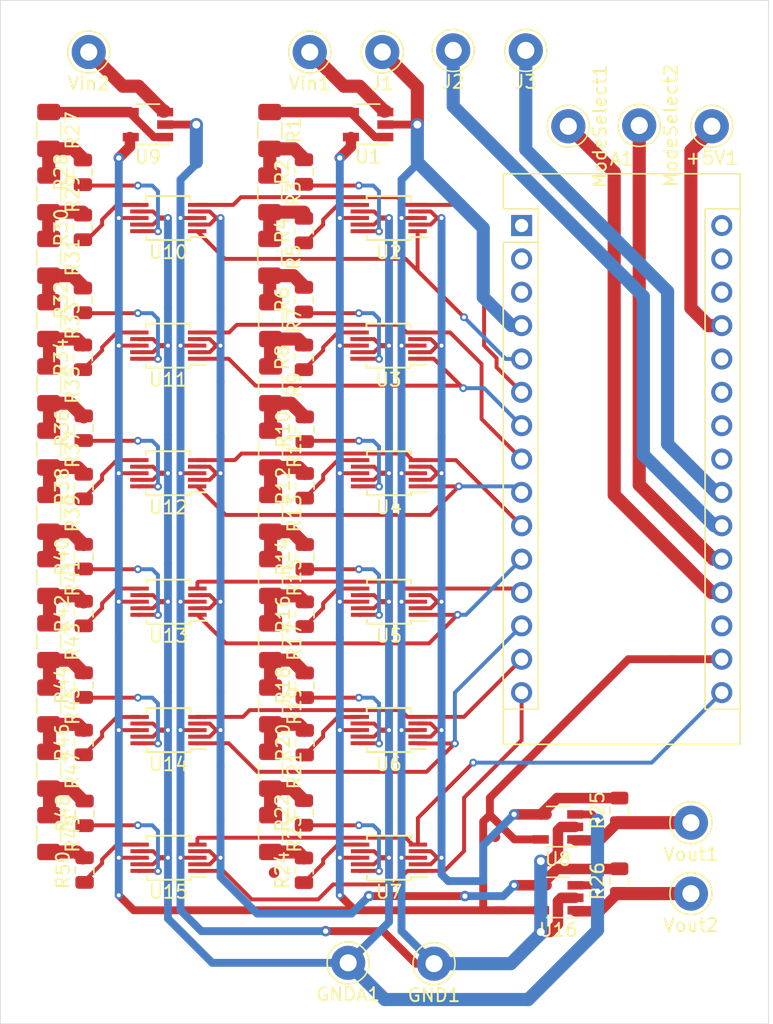
<source format=kicad_pcb>
(kicad_pcb (version 20171130) (host pcbnew 5.1.6-c6e7f7d~86~ubuntu18.04.1)
  (layers (0 F.Cu signal) (31 B.Cu signal) (34 B.Paste user) (35 F.Paste user) (36 B.SilkS user) (37 F.SilkS user) (38 B.Mask user) (39 F.Mask user) (44 Edge.Cuts user))
  (net 0 "")
  (net 1 "Net-(A1-Pad1)")
  (net 2 +3V3)
  (net 3 "Net-(A1-Pad2)")
  (net 4 "Net-(A1-Pad18)")
  (net 5 "Net-(A1-Pad3)")
  (net 6 "Net-(A1-Pad19)")
  (net 7 GND)
  (net 8 "Net-(A1-Pad20)")
  (net 9 "Net-(A1-Pad5)")
  (net 10 "Net-(A1-Pad21)")
  (net 11 "Net-(A1-Pad6)")
  (net 12 "Net-(A1-Pad22)")
  (net 13 "Net-(A1-Pad7)")
  (net 14 "Net-(A1-Pad23)")
  (net 15 "Net-(A1-Pad8)")
  (net 16 "Net-(A1-Pad24)")
  (net 17 "Net-(A1-Pad9)")
  (net 18 "Net-(A1-Pad25)")
  (net 19 "Net-(A1-Pad10)")
  (net 20 "Net-(A1-Pad26)")
  (net 21 "Net-(A1-Pad11)")
  (net 22 +5V)
  (net 23 "Net-(A1-Pad12)")
  (net 24 "Net-(A1-Pad28)")
  (net 25 "Net-(A1-Pad13)")
  (net 26 "Net-(A1-Pad29)")
  (net 27 "Net-(A1-Pad14)")
  (net 28 "Net-(A1-Pad30)")
  (net 29 "Net-(A1-Pad15)")
  (net 30 "Net-(A1-Pad16)")
  (net 31 "Net-(R1-Pad1)")
  (net 32 "Net-(R1-Pad2)")
  (net 33 "Net-(R2-Pad1)")
  (net 34 "Net-(R3-Pad2)")
  (net 35 "Net-(R4-Pad1)")
  (net 36 "Net-(R5-Pad2)")
  (net 37 "Net-(R6-Pad1)")
  (net 38 "Net-(R7-Pad2)")
  (net 39 "Net-(R8-Pad1)")
  (net 40 "Net-(R10-Pad2)")
  (net 41 "Net-(R10-Pad1)")
  (net 42 "Net-(R11-Pad2)")
  (net 43 "Net-(R12-Pad1)")
  (net 44 "Net-(R13-Pad2)")
  (net 45 "Net-(R14-Pad1)")
  (net 46 "Net-(R15-Pad2)")
  (net 47 "Net-(R16-Pad1)")
  (net 48 "Net-(R17-Pad2)")
  (net 49 "Net-(R18-Pad1)")
  (net 50 "Net-(R19-Pad2)")
  (net 51 "Net-(R20-Pad1)")
  (net 52 "Net-(R21-Pad2)")
  (net 53 "Net-(R22-Pad1)")
  (net 54 "Net-(R23-Pad2)")
  (net 55 "Net-(R24-Pad1)")
  (net 56 "Net-(U1-Pad3)")
  (net 57 GNDA)
  (net 58 "Net-(R25-Pad1)")
  (net 59 "Net-(R25-Pad2)")
  (net 60 "Net-(R26-Pad1)")
  (net 61 "Net-(R26-Pad2)")
  (net 62 "Net-(R27-Pad1)")
  (net 63 "Net-(R27-Pad2)")
  (net 64 "Net-(R28-Pad1)")
  (net 65 "Net-(R29-Pad2)")
  (net 66 "Net-(R30-Pad1)")
  (net 67 "Net-(R31-Pad2)")
  (net 68 "Net-(R32-Pad1)")
  (net 69 "Net-(R33-Pad2)")
  (net 70 "Net-(R34-Pad1)")
  (net 71 "Net-(R35-Pad2)")
  (net 72 "Net-(R36-Pad1)")
  (net 73 "Net-(R37-Pad2)")
  (net 74 "Net-(R38-Pad1)")
  (net 75 "Net-(R39-Pad2)")
  (net 76 "Net-(R40-Pad1)")
  (net 77 "Net-(R41-Pad2)")
  (net 78 "Net-(R42-Pad1)")
  (net 79 "Net-(R43-Pad2)")
  (net 80 "Net-(R44-Pad1)")
  (net 81 "Net-(R45-Pad2)")
  (net 82 "Net-(R46-Pad1)")
  (net 83 "Net-(R47-Pad2)")
  (net 84 "Net-(R48-Pad1)")
  (net 85 "Net-(R49-Pad2)")
  (net 86 "Net-(R50-Pad1)")
  (net 87 "Net-(U9-Pad3)")
  (module Module:Arduino_Nano (layer F.Cu) (at 171.2595 61.722)
    (fp_text reference A1 (at 7.62 -5.08) (layer F.SilkS))
    (fp_text value Arduino_Nano_v2.x)
    (pad 1 thru_hole rect (at 0 0) (size 1.6 1.6) (drill 1) (layers *.Cu *.Mask) (net 1 "Net-(A1-Pad1)"))
    (pad 17 thru_hole oval (at 15.24 33.02) (size 1.6 1.6) (drill 1) (layers *.Cu *.Mask) (net 2 +3V3))
    (pad 2 thru_hole oval (at 0 2.54) (size 1.6 1.6) (drill 1) (layers *.Cu *.Mask) (net 3 "Net-(A1-Pad2)"))
    (pad 18 thru_hole oval (at 15.24 30.48) (size 1.6 1.6) (drill 1) (layers *.Cu *.Mask) (net 4 "Net-(A1-Pad18)"))
    (pad 3 thru_hole oval (at 0 5.08) (size 1.6 1.6) (drill 1) (layers *.Cu *.Mask) (net 5 "Net-(A1-Pad3)"))
    (pad 19 thru_hole oval (at 15.24 27.94) (size 1.6 1.6) (drill 1) (layers *.Cu *.Mask) (net 6 "Net-(A1-Pad19)"))
    (pad 4 thru_hole oval (at 0 7.62) (size 1.6 1.6) (drill 1) (layers *.Cu *.Mask) (net 7 GND))
    (pad 20 thru_hole oval (at 15.24 25.4) (size 1.6 1.6) (drill 1) (layers *.Cu *.Mask) (net 8 "Net-(A1-Pad20)"))
    (pad 5 thru_hole oval (at 0 10.16) (size 1.6 1.6) (drill 1) (layers *.Cu *.Mask) (net 9 "Net-(A1-Pad5)"))
    (pad 21 thru_hole oval (at 15.24 22.86) (size 1.6 1.6) (drill 1) (layers *.Cu *.Mask) (net 10 "Net-(A1-Pad21)"))
    (pad 6 thru_hole oval (at 0 12.7) (size 1.6 1.6) (drill 1) (layers *.Cu *.Mask) (net 11 "Net-(A1-Pad6)"))
    (pad 22 thru_hole oval (at 15.24 20.32) (size 1.6 1.6) (drill 1) (layers *.Cu *.Mask) (net 12 "Net-(A1-Pad22)"))
    (pad 7 thru_hole oval (at 0 15.24) (size 1.6 1.6) (drill 1) (layers *.Cu *.Mask) (net 13 "Net-(A1-Pad7)"))
    (pad 23 thru_hole oval (at 15.24 17.78) (size 1.6 1.6) (drill 1) (layers *.Cu *.Mask) (net 14 "Net-(A1-Pad23)"))
    (pad 8 thru_hole oval (at 0 17.78) (size 1.6 1.6) (drill 1) (layers *.Cu *.Mask) (net 15 "Net-(A1-Pad8)"))
    (pad 24 thru_hole oval (at 15.24 15.24) (size 1.6 1.6) (drill 1) (layers *.Cu *.Mask) (net 16 "Net-(A1-Pad24)"))
    (pad 9 thru_hole oval (at 0 20.32) (size 1.6 1.6) (drill 1) (layers *.Cu *.Mask) (net 17 "Net-(A1-Pad9)"))
    (pad 25 thru_hole oval (at 15.24 12.7) (size 1.6 1.6) (drill 1) (layers *.Cu *.Mask) (net 18 "Net-(A1-Pad25)"))
    (pad 10 thru_hole oval (at 0 22.86) (size 1.6 1.6) (drill 1) (layers *.Cu *.Mask) (net 19 "Net-(A1-Pad10)"))
    (pad 26 thru_hole oval (at 15.24 10.16) (size 1.6 1.6) (drill 1) (layers *.Cu *.Mask) (net 20 "Net-(A1-Pad26)"))
    (pad 11 thru_hole oval (at 0 25.4) (size 1.6 1.6) (drill 1) (layers *.Cu *.Mask) (net 21 "Net-(A1-Pad11)"))
    (pad 27 thru_hole oval (at 15.24 7.62) (size 1.6 1.6) (drill 1) (layers *.Cu *.Mask) (net 22 +5V))
    (pad 12 thru_hole oval (at 0 27.94) (size 1.6 1.6) (drill 1) (layers *.Cu *.Mask) (net 23 "Net-(A1-Pad12)"))
    (pad 28 thru_hole oval (at 15.24 5.08) (size 1.6 1.6) (drill 1) (layers *.Cu *.Mask) (net 24 "Net-(A1-Pad28)"))
    (pad 13 thru_hole oval (at 0 30.48) (size 1.6 1.6) (drill 1) (layers *.Cu *.Mask) (net 25 "Net-(A1-Pad13)"))
    (pad 29 thru_hole oval (at 15.24 2.54) (size 1.6 1.6) (drill 1) (layers *.Cu *.Mask) (net 26 "Net-(A1-Pad29)"))
    (pad 14 thru_hole oval (at 0 33.02) (size 1.6 1.6) (drill 1) (layers *.Cu *.Mask) (net 27 "Net-(A1-Pad14)"))
    (pad 30 thru_hole oval (at 15.24 0) (size 1.6 1.6) (drill 1) (layers *.Cu *.Mask) (net 28 "Net-(A1-Pad30)"))
    (pad 15 thru_hole oval (at 0 35.56) (size 1.6 1.6) (drill 1) (layers *.Cu *.Mask) (net 29 "Net-(A1-Pad15)"))
    (pad 16 thru_hole oval (at 15.24 35.56) (size 1.6 1.6) (drill 1) (layers *.Cu *.Mask) (net 30 "Net-(A1-Pad16)"))
  )
  (module Resistor_SMD:R_1206_3216Metric (layer F.Cu) (at 152.0855 54.483 270)
    (fp_text reference R1 (at 0 -1.82 90) (layer F.SilkS))
    (fp_text value 100k)
    (pad 1 smd roundrect (at -1.4 0 270) (size 1.25 1.75) (layers F.Cu F.Paste F.Mask) (roundrect_rratio 0.2) (net 31 "Net-(R1-Pad1)"))
    (pad 2 smd roundrect (at 1.4 0 270) (size 1.25 1.75) (layers F.Cu F.Paste F.Mask) (roundrect_rratio 0.2) (net 32 "Net-(R1-Pad2)"))
  )
  (module Resistor_SMD:R_1206_3216Metric (layer F.Cu) (at 152.0825 59.312 270)
    (fp_text reference R3 (at 0 -1.82 90) (layer F.SilkS))
    (fp_text value 100k)
    (pad 1 smd roundrect (at -1.4 0 270) (size 1.25 1.75) (layers F.Cu F.Paste F.Mask) (roundrect_rratio 0.2) (net 32 "Net-(R1-Pad2)"))
    (pad 2 smd roundrect (at 1.4 0 270) (size 1.25 1.75) (layers F.Cu F.Paste F.Mask) (roundrect_rratio 0.2) (net 34 "Net-(R3-Pad2)"))
  )
  (module Resistor_SMD:R_1206_3216Metric (layer F.Cu) (at 152.0825 64.138 270)
    (fp_text reference R5 (at 0 -1.82 90) (layer F.SilkS))
    (fp_text value 100k)
    (pad 1 smd roundrect (at -1.4 0 270) (size 1.25 1.75) (layers F.Cu F.Paste F.Mask) (roundrect_rratio 0.2) (net 34 "Net-(R3-Pad2)"))
    (pad 2 smd roundrect (at 1.4 0 270) (size 1.25 1.75) (layers F.Cu F.Paste F.Mask) (roundrect_rratio 0.2) (net 36 "Net-(R5-Pad2)"))
  )
  (module Resistor_SMD:R_1206_3216Metric (layer F.Cu) (at 152.146 68.964 270)
    (fp_text reference R7 (at 0 -1.82 90) (layer F.SilkS))
    (fp_text value 100k)
    (pad 1 smd roundrect (at -1.4 0 270) (size 1.25 1.75) (layers F.Cu F.Paste F.Mask) (roundrect_rratio 0.2) (net 36 "Net-(R5-Pad2)"))
    (pad 2 smd roundrect (at 1.4 0 270) (size 1.25 1.75) (layers F.Cu F.Paste F.Mask) (roundrect_rratio 0.2) (net 38 "Net-(R7-Pad2)"))
  )
  (module Resistor_SMD:R_1206_3216Metric (layer F.Cu) (at 152.146 73.8505 270)
    (fp_text reference R9 (at 0 -1.82 90) (layer F.SilkS))
    (fp_text value 100k)
    (pad 2 smd roundrect (at 1.4 0 270) (size 1.25 1.75) (layers F.Cu F.Paste F.Mask) (roundrect_rratio 0.2) (net 40 "Net-(R10-Pad2)"))
    (pad 1 smd roundrect (at -1.4 0 270) (size 1.25 1.75) (layers F.Cu F.Paste F.Mask) (roundrect_rratio 0.2) (net 38 "Net-(R7-Pad2)"))
  )
  (module Resistor_SMD:R_1206_3216Metric (layer F.Cu) (at 152.146 78.74 270)
    (fp_text reference R11 (at 0 -1.82 90) (layer F.SilkS))
    (fp_text value 100k)
    (pad 1 smd roundrect (at -1.4 0 270) (size 1.25 1.75) (layers F.Cu F.Paste F.Mask) (roundrect_rratio 0.2) (net 40 "Net-(R10-Pad2)"))
    (pad 2 smd roundrect (at 1.4 0 270) (size 1.25 1.75) (layers F.Cu F.Paste F.Mask) (roundrect_rratio 0.2) (net 42 "Net-(R11-Pad2)"))
  )
  (module Resistor_SMD:R_1206_3216Metric (layer F.Cu) (at 152.146 83.6325 270)
    (fp_text reference R13 (at 0 -1.82 90) (layer F.SilkS))
    (fp_text value 100k)
    (pad 2 smd roundrect (at 1.4 0 270) (size 1.25 1.75) (layers F.Cu F.Paste F.Mask) (roundrect_rratio 0.2) (net 44 "Net-(R13-Pad2)"))
    (pad 1 smd roundrect (at -1.4 0 270) (size 1.25 1.75) (layers F.Cu F.Paste F.Mask) (roundrect_rratio 0.2) (net 42 "Net-(R11-Pad2)"))
  )
  (module Resistor_SMD:R_1206_3216Metric (layer F.Cu) (at 152.146 88.519 270)
    (fp_text reference R15 (at 0 -1.82 90) (layer F.SilkS))
    (fp_text value 100k)
    (pad 2 smd roundrect (at 1.4 0 270) (size 1.25 1.75) (layers F.Cu F.Paste F.Mask) (roundrect_rratio 0.2) (net 46 "Net-(R15-Pad2)"))
    (pad 1 smd roundrect (at -1.4 0 270) (size 1.25 1.75) (layers F.Cu F.Paste F.Mask) (roundrect_rratio 0.2) (net 44 "Net-(R13-Pad2)"))
  )
  (module Resistor_SMD:R_1206_3216Metric (layer F.Cu) (at 152.146 93.4115 270)
    (fp_text reference R17 (at 0 -1.82 90) (layer F.SilkS))
    (fp_text value 100k)
    (pad 2 smd roundrect (at 1.4 0 270) (size 1.25 1.75) (layers F.Cu F.Paste F.Mask) (roundrect_rratio 0.2) (net 48 "Net-(R17-Pad2)"))
    (pad 1 smd roundrect (at -1.4 0 270) (size 1.25 1.75) (layers F.Cu F.Paste F.Mask) (roundrect_rratio 0.2) (net 46 "Net-(R15-Pad2)"))
  )
  (module Resistor_SMD:R_1206_3216Metric (layer F.Cu) (at 152.146 98.298 270)
    (fp_text reference R19 (at 0 -1.82 90) (layer F.SilkS))
    (fp_text value 100k)
    (pad 2 smd roundrect (at 1.4 0 270) (size 1.25 1.75) (layers F.Cu F.Paste F.Mask) (roundrect_rratio 0.2) (net 50 "Net-(R19-Pad2)"))
    (pad 1 smd roundrect (at -1.4 0 270) (size 1.25 1.75) (layers F.Cu F.Paste F.Mask) (roundrect_rratio 0.2) (net 48 "Net-(R17-Pad2)"))
  )
  (module Resistor_SMD:R_1206_3216Metric (layer F.Cu) (at 152.146 103.1905 270)
    (fp_text reference R21 (at 0 -1.82 90) (layer F.SilkS))
    (fp_text value 100k)
    (pad 2 smd roundrect (at 1.4 0 270) (size 1.25 1.75) (layers F.Cu F.Paste F.Mask) (roundrect_rratio 0.2) (net 52 "Net-(R21-Pad2)"))
    (pad 1 smd roundrect (at -1.4 0 270) (size 1.25 1.75) (layers F.Cu F.Paste F.Mask) (roundrect_rratio 0.2) (net 50 "Net-(R19-Pad2)"))
  )
  (module Resistor_SMD:R_1206_3216Metric (layer F.Cu) (at 152.146 108.0165 270)
    (fp_text reference R23 (at 0 -1.82 90) (layer F.SilkS))
    (fp_text value 100k)
    (pad 2 smd roundrect (at 1.4 0 270) (size 1.25 1.75) (layers F.Cu F.Paste F.Mask) (roundrect_rratio 0.2) (net 54 "Net-(R23-Pad2)"))
    (pad 1 smd roundrect (at -1.4 0 270) (size 1.25 1.75) (layers F.Cu F.Paste F.Mask) (roundrect_rratio 0.2) (net 52 "Net-(R21-Pad2)"))
  )
  (module Package_TO_SOT_SMD:TSOT-23-5 (layer F.Cu) (at 159.5755 54.036 180)
    (fp_text reference U1 (at 0 -2.45) (layer F.SilkS))
    (fp_text value AD8603)
    (pad 1 smd rect (at -1.31 -0.95 180) (size 1.22 0.65) (layers F.Cu F.Paste F.Mask) (net 31 "Net-(R1-Pad1)"))
    (pad 2 smd rect (at -1.31 0 180) (size 1.22 0.65) (layers F.Cu F.Paste F.Mask) (net 7 GND))
    (pad 3 smd rect (at -1.31 0.95 180) (size 1.22 0.65) (layers F.Cu F.Paste F.Mask) (net 56 "Net-(U1-Pad3)"))
    (pad 4 smd rect (at 1.31 0.95 180) (size 1.22 0.65) (layers F.Cu F.Paste F.Mask) (net 31 "Net-(R1-Pad1)"))
    (pad 5 smd rect (at 1.31 -0.95 180) (size 1.22 0.65) (layers F.Cu F.Paste F.Mask) (net 2 +3V3))
  )
  (module Package_SO:MSOP-10_3x3mm_P0.5mm (layer F.Cu) (at 161.1405 61.1505 180)
    (fp_text reference U2 (at 0 -2.6) (layer F.SilkS))
    (fp_text value SGM3002)
    (pad 10 smd rect (at 2.2 -1 180) (size 1.4 0.3) (layers F.Cu F.Paste F.Mask) (net 33 "Net-(R2-Pad1)"))
    (pad 9 smd rect (at 2.2 -0.5 180) (size 1.4 0.3) (layers F.Cu F.Paste F.Mask) (net 57 GNDA))
    (pad 8 smd rect (at 2.2 0 180) (size 1.4 0.3) (layers F.Cu F.Paste F.Mask) (net 2 +3V3))
    (pad 7 smd rect (at 2.2 0.5 180) (size 1.4 0.3) (layers F.Cu F.Paste F.Mask) (net 57 GNDA))
    (pad 6 smd rect (at 2.2 1 180) (size 1.4 0.3) (layers F.Cu F.Paste F.Mask) (net 35 "Net-(R4-Pad1)"))
    (pad 5 smd rect (at -2.2 1 180) (size 1.4 0.3) (layers F.Cu F.Paste F.Mask) (net 11 "Net-(A1-Pad6)"))
    (pad 4 smd rect (at -2.2 0.5 180) (size 1.4 0.3) (layers F.Cu F.Paste F.Mask) (net 59 "Net-(R25-Pad2)"))
    (pad 3 smd rect (at -2.2 0 180) (size 1.4 0.3) (layers F.Cu F.Paste F.Mask) (net 7 GND))
    (pad 2 smd rect (at -2.2 -0.5 180) (size 1.4 0.3) (layers F.Cu F.Paste F.Mask) (net 59 "Net-(R25-Pad2)"))
    (pad 1 smd rect (at -2.2 -1 180) (size 1.4 0.3) (layers F.Cu F.Paste F.Mask) (net 9 "Net-(A1-Pad5)"))
  )
  (module Package_SO:MSOP-10_3x3mm_P0.5mm (layer F.Cu) (at 161.122 70.866 180)
    (fp_text reference U3 (at 0 -2.6) (layer F.SilkS))
    (fp_text value SGM3002)
    (pad 1 smd rect (at -2.2 -1 180) (size 1.4 0.3) (layers F.Cu F.Paste F.Mask) (net 13 "Net-(A1-Pad7)"))
    (pad 2 smd rect (at -2.2 -0.5 180) (size 1.4 0.3) (layers F.Cu F.Paste F.Mask) (net 59 "Net-(R25-Pad2)"))
    (pad 3 smd rect (at -2.2 0 180) (size 1.4 0.3) (layers F.Cu F.Paste F.Mask) (net 7 GND))
    (pad 4 smd rect (at -2.2 0.5 180) (size 1.4 0.3) (layers F.Cu F.Paste F.Mask) (net 59 "Net-(R25-Pad2)"))
    (pad 5 smd rect (at -2.2 1 180) (size 1.4 0.3) (layers F.Cu F.Paste F.Mask) (net 15 "Net-(A1-Pad8)"))
    (pad 6 smd rect (at 2.2 1 180) (size 1.4 0.3) (layers F.Cu F.Paste F.Mask) (net 39 "Net-(R8-Pad1)"))
    (pad 7 smd rect (at 2.2 0.5 180) (size 1.4 0.3) (layers F.Cu F.Paste F.Mask) (net 57 GNDA))
    (pad 8 smd rect (at 2.2 0 180) (size 1.4 0.3) (layers F.Cu F.Paste F.Mask) (net 2 +3V3))
    (pad 9 smd rect (at 2.2 -0.5 180) (size 1.4 0.3) (layers F.Cu F.Paste F.Mask) (net 57 GNDA))
    (pad 10 smd rect (at 2.2 -1 180) (size 1.4 0.3) (layers F.Cu F.Paste F.Mask) (net 37 "Net-(R6-Pad1)"))
  )
  (module Package_SO:MSOP-10_3x3mm_P0.5mm (layer F.Cu) (at 161.163 80.5815 180)
    (fp_text reference U4 (at 0 -2.6) (layer F.SilkS))
    (fp_text value SGM3002)
    (pad 1 smd rect (at -2.2 -1 180) (size 1.4 0.3) (layers F.Cu F.Paste F.Mask) (net 17 "Net-(A1-Pad9)"))
    (pad 2 smd rect (at -2.2 -0.5 180) (size 1.4 0.3) (layers F.Cu F.Paste F.Mask) (net 59 "Net-(R25-Pad2)"))
    (pad 3 smd rect (at -2.2 0 180) (size 1.4 0.3) (layers F.Cu F.Paste F.Mask) (net 7 GND))
    (pad 4 smd rect (at -2.2 0.5 180) (size 1.4 0.3) (layers F.Cu F.Paste F.Mask) (net 59 "Net-(R25-Pad2)"))
    (pad 5 smd rect (at -2.2 1 180) (size 1.4 0.3) (layers F.Cu F.Paste F.Mask) (net 19 "Net-(A1-Pad10)"))
    (pad 6 smd rect (at 2.2 1 180) (size 1.4 0.3) (layers F.Cu F.Paste F.Mask) (net 43 "Net-(R12-Pad1)"))
    (pad 7 smd rect (at 2.2 0.5 180) (size 1.4 0.3) (layers F.Cu F.Paste F.Mask) (net 57 GNDA))
    (pad 8 smd rect (at 2.2 0 180) (size 1.4 0.3) (layers F.Cu F.Paste F.Mask) (net 2 +3V3))
    (pad 9 smd rect (at 2.2 -0.5 180) (size 1.4 0.3) (layers F.Cu F.Paste F.Mask) (net 57 GNDA))
    (pad 10 smd rect (at 2.2 -1 180) (size 1.4 0.3) (layers F.Cu F.Paste F.Mask) (net 41 "Net-(R10-Pad1)"))
  )
  (module Package_SO:MSOP-10_3x3mm_P0.5mm (layer F.Cu) (at 161.163 90.3605 180)
    (fp_text reference U5 (at 0 -2.6) (layer F.SilkS))
    (fp_text value SGM3002)
    (pad 1 smd rect (at -2.2 -1 180) (size 1.4 0.3) (layers F.Cu F.Paste F.Mask) (net 21 "Net-(A1-Pad11)"))
    (pad 2 smd rect (at -2.2 -0.5 180) (size 1.4 0.3) (layers F.Cu F.Paste F.Mask) (net 59 "Net-(R25-Pad2)"))
    (pad 3 smd rect (at -2.2 0 180) (size 1.4 0.3) (layers F.Cu F.Paste F.Mask) (net 7 GND))
    (pad 4 smd rect (at -2.2 0.5 180) (size 1.4 0.3) (layers F.Cu F.Paste F.Mask) (net 59 "Net-(R25-Pad2)"))
    (pad 5 smd rect (at -2.2 1 180) (size 1.4 0.3) (layers F.Cu F.Paste F.Mask) (net 23 "Net-(A1-Pad12)"))
    (pad 6 smd rect (at 2.2 1 180) (size 1.4 0.3) (layers F.Cu F.Paste F.Mask) (net 47 "Net-(R16-Pad1)"))
    (pad 7 smd rect (at 2.2 0.5 180) (size 1.4 0.3) (layers F.Cu F.Paste F.Mask) (net 57 GNDA))
    (pad 8 smd rect (at 2.2 0 180) (size 1.4 0.3) (layers F.Cu F.Paste F.Mask) (net 2 +3V3))
    (pad 9 smd rect (at 2.2 -0.5 180) (size 1.4 0.3) (layers F.Cu F.Paste F.Mask) (net 57 GNDA))
    (pad 10 smd rect (at 2.2 -1 180) (size 1.4 0.3) (layers F.Cu F.Paste F.Mask) (net 45 "Net-(R14-Pad1)"))
  )
  (module Package_SO:MSOP-10_3x3mm_P0.5mm (layer F.Cu) (at 161.1405 100.1315 180)
    (fp_text reference U6 (at 0 -2.6) (layer F.SilkS))
    (fp_text value SGM3002)
    (pad 10 smd rect (at 2.2 -1 180) (size 1.4 0.3) (layers F.Cu F.Paste F.Mask) (net 49 "Net-(R18-Pad1)"))
    (pad 9 smd rect (at 2.2 -0.5 180) (size 1.4 0.3) (layers F.Cu F.Paste F.Mask) (net 57 GNDA))
    (pad 8 smd rect (at 2.2 0 180) (size 1.4 0.3) (layers F.Cu F.Paste F.Mask) (net 2 +3V3))
    (pad 7 smd rect (at 2.2 0.5 180) (size 1.4 0.3) (layers F.Cu F.Paste F.Mask) (net 57 GNDA))
    (pad 6 smd rect (at 2.2 1 180) (size 1.4 0.3) (layers F.Cu F.Paste F.Mask) (net 51 "Net-(R20-Pad1)"))
    (pad 5 smd rect (at -2.2 1 180) (size 1.4 0.3) (layers F.Cu F.Paste F.Mask) (net 27 "Net-(A1-Pad14)"))
    (pad 4 smd rect (at -2.2 0.5 180) (size 1.4 0.3) (layers F.Cu F.Paste F.Mask) (net 59 "Net-(R25-Pad2)"))
    (pad 3 smd rect (at -2.2 0 180) (size 1.4 0.3) (layers F.Cu F.Paste F.Mask) (net 7 GND))
    (pad 2 smd rect (at -2.2 -0.5 180) (size 1.4 0.3) (layers F.Cu F.Paste F.Mask) (net 59 "Net-(R25-Pad2)"))
    (pad 1 smd rect (at -2.2 -1 180) (size 1.4 0.3) (layers F.Cu F.Paste F.Mask) (net 25 "Net-(A1-Pad13)"))
  )
  (module Package_SO:MSOP-10_3x3mm_P0.5mm (layer F.Cu) (at 161.163 109.855 180)
    (fp_text reference U7 (at 0 -2.6) (layer F.SilkS))
    (fp_text value SGM3002)
    (pad 10 smd rect (at 2.2 -1 180) (size 1.4 0.3) (layers F.Cu F.Paste F.Mask) (net 53 "Net-(R22-Pad1)"))
    (pad 9 smd rect (at 2.2 -0.5 180) (size 1.4 0.3) (layers F.Cu F.Paste F.Mask) (net 57 GNDA))
    (pad 8 smd rect (at 2.2 0 180) (size 1.4 0.3) (layers F.Cu F.Paste F.Mask) (net 2 +3V3))
    (pad 7 smd rect (at 2.2 0.5 180) (size 1.4 0.3) (layers F.Cu F.Paste F.Mask) (net 57 GNDA))
    (pad 6 smd rect (at 2.2 1 180) (size 1.4 0.3) (layers F.Cu F.Paste F.Mask) (net 55 "Net-(R24-Pad1)"))
    (pad 5 smd rect (at -2.2 1 180) (size 1.4 0.3) (layers F.Cu F.Paste F.Mask) (net 30 "Net-(A1-Pad16)"))
    (pad 4 smd rect (at -2.2 0.5 180) (size 1.4 0.3) (layers F.Cu F.Paste F.Mask) (net 59 "Net-(R25-Pad2)"))
    (pad 3 smd rect (at -2.2 0 180) (size 1.4 0.3) (layers F.Cu F.Paste F.Mask) (net 7 GND))
    (pad 2 smd rect (at -2.2 -0.5 180) (size 1.4 0.3) (layers F.Cu F.Paste F.Mask) (net 59 "Net-(R25-Pad2)"))
    (pad 1 smd rect (at -2.2 -1 180) (size 1.4 0.3) (layers F.Cu F.Paste F.Mask) (net 29 "Net-(A1-Pad15)"))
  )
  (module Package_TO_SOT_SMD:TSOT-23-5 (layer F.Cu) (at 174.03 107.508 180)
    (fp_text reference U8 (at 0 -2.45) (layer F.SilkS))
    (fp_text value AD8603)
    (pad 5 smd rect (at 1.31 -0.95 180) (size 1.22 0.65) (layers F.Cu F.Paste F.Mask) (net 2 +3V3))
    (pad 4 smd rect (at 1.31 0.95 180) (size 1.22 0.65) (layers F.Cu F.Paste F.Mask) (net 59 "Net-(R25-Pad2)"))
    (pad 3 smd rect (at -1.31 0.95 180) (size 1.22 0.65) (layers F.Cu F.Paste F.Mask) (net 57 GNDA))
    (pad 2 smd rect (at -1.31 0 180) (size 1.22 0.65) (layers F.Cu F.Paste F.Mask) (net 7 GND))
    (pad 1 smd rect (at -1.31 -0.95 180) (size 1.22 0.65) (layers F.Cu F.Paste F.Mask) (net 58 "Net-(R25-Pad1)"))
  )
  (module Resistor_SMD:R_0805_2012Metric (layer F.Cu) (at 154.686 71.758 90)
    (fp_text reference R8 (at 0 -1.65 90) (layer F.SilkS))
    (fp_text value 200k)
    (pad 2 smd roundrect (at 0.9375 0 90) (size 0.975 1.4) (layers F.Cu F.Paste F.Mask) (net 38 "Net-(R7-Pad2)"))
    (pad 1 smd roundrect (at -0.9375 0 90) (size 0.975 1.4) (layers F.Cu F.Paste F.Mask) (net 39 "Net-(R8-Pad1)"))
  )
  (module Resistor_SMD:R_0805_2012Metric (layer F.Cu) (at 154.7495 77.231 90)
    (fp_text reference R10 (at 0 -1.65 90) (layer F.SilkS))
    (fp_text value 200k)
    (pad 1 smd roundrect (at -0.9375 0 90) (size 0.975 1.4) (layers F.Cu F.Paste F.Mask) (net 41 "Net-(R10-Pad1)"))
    (pad 2 smd roundrect (at 0.9375 0 90) (size 0.975 1.4) (layers F.Cu F.Paste F.Mask) (net 40 "Net-(R10-Pad2)"))
  )
  (module Resistor_SMD:R_0805_2012Metric (layer F.Cu) (at 154.7495 81.537 90)
    (fp_text reference R12 (at 0 -1.65 90) (layer F.SilkS))
    (fp_text value 200k)
    (pad 1 smd roundrect (at -0.9375 0 90) (size 0.975 1.4) (layers F.Cu F.Paste F.Mask) (net 43 "Net-(R12-Pad1)"))
    (pad 2 smd roundrect (at 0.9375 0 90) (size 0.975 1.4) (layers F.Cu F.Paste F.Mask) (net 42 "Net-(R11-Pad2)"))
  )
  (module Resistor_SMD:R_0805_2012Metric (layer F.Cu) (at 154.7495 86.9465 90)
    (fp_text reference R14 (at 0 -1.65 90) (layer F.SilkS))
    (fp_text value 200k)
    (pad 2 smd roundrect (at 0.9375 0 90) (size 0.975 1.4) (layers F.Cu F.Paste F.Mask) (net 44 "Net-(R13-Pad2)"))
    (pad 1 smd roundrect (at -0.9375 0 90) (size 0.975 1.4) (layers F.Cu F.Paste F.Mask) (net 45 "Net-(R14-Pad1)"))
  )
  (module Resistor_SMD:R_0805_2012Metric (layer F.Cu) (at 154.7495 91.316 90)
    (fp_text reference R16 (at 0 -1.65 90) (layer F.SilkS))
    (fp_text value 200k)
    (pad 1 smd roundrect (at -0.9375 0 90) (size 0.975 1.4) (layers F.Cu F.Paste F.Mask) (net 47 "Net-(R16-Pad1)"))
    (pad 2 smd roundrect (at 0.9375 0 90) (size 0.975 1.4) (layers F.Cu F.Paste F.Mask) (net 46 "Net-(R15-Pad2)"))
  )
  (module Resistor_SMD:R_0805_2012Metric (layer F.Cu) (at 154.7495 96.7255 90)
    (fp_text reference R18 (at 0 -1.65 90) (layer F.SilkS))
    (fp_text value 200k)
    (pad 1 smd roundrect (at -0.9375 0 90) (size 0.975 1.4) (layers F.Cu F.Paste F.Mask) (net 49 "Net-(R18-Pad1)"))
    (pad 2 smd roundrect (at 0.9375 0 90) (size 0.975 1.4) (layers F.Cu F.Paste F.Mask) (net 48 "Net-(R17-Pad2)"))
  )
  (module Resistor_SMD:R_0805_2012Metric (layer F.Cu) (at 154.7495 101.095 90)
    (fp_text reference R20 (at 0 -1.65 90) (layer F.SilkS))
    (fp_text value 200k)
    (pad 2 smd roundrect (at 0.9375 0 90) (size 0.975 1.4) (layers F.Cu F.Paste F.Mask) (net 50 "Net-(R19-Pad2)"))
    (pad 1 smd roundrect (at -0.9375 0 90) (size 0.975 1.4) (layers F.Cu F.Paste F.Mask) (net 51 "Net-(R20-Pad1)"))
  )
  (module Resistor_SMD:R_0805_2012Metric (layer F.Cu) (at 154.686 106.441 90)
    (fp_text reference R22 (at 0 -1.65 90) (layer F.SilkS))
    (fp_text value 200k)
    (pad 2 smd roundrect (at 0.9375 0 90) (size 0.975 1.4) (layers F.Cu F.Paste F.Mask) (net 52 "Net-(R21-Pad2)"))
    (pad 1 smd roundrect (at -0.9375 0 90) (size 0.975 1.4) (layers F.Cu F.Paste F.Mask) (net 53 "Net-(R22-Pad1)"))
  )
  (module Resistor_SMD:R_0805_2012Metric (layer F.Cu) (at 154.686 110.8105 90)
    (fp_text reference R24 (at 0 -1.65 90) (layer F.SilkS))
    (fp_text value 200k)
    (pad 1 smd roundrect (at -0.9375 0 90) (size 0.975 1.4) (layers F.Cu F.Paste F.Mask) (net 55 "Net-(R24-Pad1)"))
    (pad 2 smd roundrect (at 0.9375 0 90) (size 0.975 1.4) (layers F.Cu F.Paste F.Mask) (net 54 "Net-(R23-Pad2)"))
  )
  (module Resistor_SMD:R_0805_2012Metric (layer F.Cu) (at 154.686 57.649 90)
    (fp_text reference R2 (at 0 -1.65 90) (layer F.SilkS))
    (fp_text value 200k)
    (pad 2 smd roundrect (at 0.9375 0 90) (size 0.975 1.4) (layers F.Cu F.Paste F.Mask) (net 32 "Net-(R1-Pad2)"))
    (pad 1 smd roundrect (at -0.9375 0 90) (size 0.975 1.4) (layers F.Cu F.Paste F.Mask) (net 33 "Net-(R2-Pad1)"))
  )
  (module Resistor_SMD:R_0805_2012Metric (layer F.Cu) (at 154.686 62.106 90)
    (fp_text reference R4 (at 0 -1.65 90) (layer F.SilkS))
    (fp_text value 200k)
    (pad 1 smd roundrect (at -0.9375 0 90) (size 0.975 1.4) (layers F.Cu F.Paste F.Mask) (net 35 "Net-(R4-Pad1)"))
    (pad 2 smd roundrect (at 0.9375 0 90) (size 0.975 1.4) (layers F.Cu F.Paste F.Mask) (net 34 "Net-(R3-Pad2)"))
  )
  (module Resistor_SMD:R_0805_2012Metric (layer F.Cu) (at 154.686 67.3645 90)
    (fp_text reference R6 (at 0 -1.65 90) (layer F.SilkS))
    (fp_text value 200k)
    (pad 1 smd roundrect (at -0.9375 0 90) (size 0.975 1.4) (layers F.Cu F.Paste F.Mask) (net 37 "Net-(R6-Pad1)"))
    (pad 2 smd roundrect (at 0.9375 0 90) (size 0.975 1.4) (layers F.Cu F.Paste F.Mask) (net 36 "Net-(R5-Pad2)"))
  )
  (module Connector_Pin:Pin_D1.3mm_L11.0mm (layer F.Cu) (at 185.7375 54.1655)
    (fp_text reference +5V1 (at 0 2.4) (layer F.SilkS))
    (fp_text value Conn_01x01)
    (pad 1 thru_hole circle (at 0 0) (size 2.6 2.6) (drill 1.3) (layers *.Cu *.Mask) (net 22 +5V))
  )
  (module Connector_Pin:Pin_D1.3mm_L11.0mm (layer F.Cu) (at 164.592 117.9195)
    (fp_text reference GND1 (at 0 2.4) (layer F.SilkS))
    (fp_text value Conn_01x01)
    (pad 1 thru_hole circle (at 0 0) (size 2.6 2.6) (drill 1.3) (layers *.Cu *.Mask) (net 7 GND))
  )
  (module Connector_Pin:Pin_D1.3mm_L11.0mm (layer F.Cu) (at 158.0515 117.856)
    (fp_text reference GNDA1 (at 0 2.4) (layer F.SilkS))
    (fp_text value Conn_01x01)
    (pad 1 thru_hole circle (at 0 0) (size 2.6 2.6) (drill 1.3) (layers *.Cu *.Mask) (net 57 GNDA))
  )
  (module Connector_Pin:Pin_D1.3mm_L11.0mm (layer F.Cu) (at 160.655 48.514)
    (fp_text reference J1 (at 0 2.4) (layer F.SilkS))
    (fp_text value Conn_01x01_Female)
    (pad 1 thru_hole circle (at 0 0) (size 2.6 2.6) (drill 1.3) (layers *.Cu *.Mask) (net 7 GND))
  )
  (module Connector_Pin:Pin_D1.3mm_L11.0mm (layer F.Cu) (at 166.0525 48.387)
    (fp_text reference J2 (at 0 2.4) (layer F.SilkS))
    (fp_text value Conn_01x01_Female)
    (pad 1 thru_hole circle (at 0 0) (size 2.6 2.6) (drill 1.3) (layers *.Cu *.Mask) (net 10 "Net-(A1-Pad21)"))
  )
  (module Connector_Pin:Pin_D1.3mm_L11.0mm (layer F.Cu) (at 171.577 48.387)
    (fp_text reference J3 (at 0 2.4) (layer F.SilkS))
    (fp_text value Conn_01x01_Female)
    (pad 1 thru_hole circle (at 0 0) (size 2.6 2.6) (drill 1.3) (layers *.Cu *.Mask) (net 12 "Net-(A1-Pad22)"))
  )
  (module Connector_Pin:Pin_D1.3mm_L11.0mm (layer F.Cu) (at 174.8155 54.1655 90)
    (fp_text reference ModeSelect1 (at 0 2.4 90) (layer F.SilkS))
    (fp_text value Conn_01x01)
    (pad 1 thru_hole circle (at 0 0 90) (size 2.6 2.6) (drill 1.3) (layers *.Cu *.Mask) (net 6 "Net-(A1-Pad19)"))
  )
  (module Connector_Pin:Pin_D1.3mm_L11.0mm (layer F.Cu) (at 180.213 54.102 90)
    (fp_text reference ModeSelect2 (at 0 2.4 90) (layer F.SilkS))
    (fp_text value Conn_01x01)
    (pad 1 thru_hole circle (at 0 0 90) (size 2.6 2.6) (drill 1.3) (layers *.Cu *.Mask) (net 8 "Net-(A1-Pad20)"))
  )
  (module Resistor_SMD:R_0805_2012Metric (layer F.Cu) (at 178.689 106.2505 90)
    (fp_text reference R25 (at 0 -1.65 90) (layer F.SilkS))
    (fp_text value 200k)
    (pad 1 smd roundrect (at -0.9375 0 90) (size 0.975 1.4) (layers F.Cu F.Paste F.Mask) (net 58 "Net-(R25-Pad1)"))
    (pad 2 smd roundrect (at 0.9375 0 90) (size 0.975 1.4) (layers F.Cu F.Paste F.Mask) (net 59 "Net-(R25-Pad2)"))
  )
  (module Resistor_SMD:R_0805_2012Metric (layer F.Cu) (at 178.689 111.633 90)
    (fp_text reference R26 (at 0 -1.65 90) (layer F.SilkS))
    (fp_text value 200k)
    (pad 1 smd roundrect (at -0.9375 0 90) (size 0.975 1.4) (layers F.Cu F.Paste F.Mask) (net 60 "Net-(R26-Pad1)"))
    (pad 2 smd roundrect (at 0.9375 0 90) (size 0.975 1.4) (layers F.Cu F.Paste F.Mask) (net 61 "Net-(R26-Pad2)"))
  )
  (module Resistor_SMD:R_1206_3216Metric (layer F.Cu) (at 135.255 54.48 270)
    (fp_text reference R27 (at 0 -1.82 90) (layer F.SilkS))
    (fp_text value 100k)
    (pad 1 smd roundrect (at -1.4 0 270) (size 1.25 1.75) (layers F.Cu F.Paste F.Mask) (roundrect_rratio 0.2) (net 62 "Net-(R27-Pad1)"))
    (pad 2 smd roundrect (at 1.4 0 270) (size 1.25 1.75) (layers F.Cu F.Paste F.Mask) (roundrect_rratio 0.2) (net 63 "Net-(R27-Pad2)"))
  )
  (module Resistor_SMD:R_0805_2012Metric (layer F.Cu) (at 137.8585 57.673 90)
    (fp_text reference R28 (at 0 -1.65 90) (layer F.SilkS))
    (fp_text value 200k)
    (pad 2 smd roundrect (at 0.9375 0 90) (size 0.975 1.4) (layers F.Cu F.Paste F.Mask) (net 63 "Net-(R27-Pad2)"))
    (pad 1 smd roundrect (at -0.9375 0 90) (size 0.975 1.4) (layers F.Cu F.Paste F.Mask) (net 64 "Net-(R28-Pad1)"))
  )
  (module Resistor_SMD:R_1206_3216Metric (layer F.Cu) (at 135.255 59.312 270)
    (fp_text reference R29 (at 0 -1.82 90) (layer F.SilkS))
    (fp_text value 100k)
    (pad 1 smd roundrect (at -1.4 0 270) (size 1.25 1.75) (layers F.Cu F.Paste F.Mask) (roundrect_rratio 0.2) (net 63 "Net-(R27-Pad2)"))
    (pad 2 smd roundrect (at 1.4 0 270) (size 1.25 1.75) (layers F.Cu F.Paste F.Mask) (roundrect_rratio 0.2) (net 65 "Net-(R29-Pad2)"))
  )
  (module Resistor_SMD:R_0805_2012Metric (layer F.Cu) (at 137.8585 61.864 90)
    (fp_text reference R30 (at 0 -1.65 90) (layer F.SilkS))
    (fp_text value 200k)
    (pad 1 smd roundrect (at -0.9375 0 90) (size 0.975 1.4) (layers F.Cu F.Paste F.Mask) (net 66 "Net-(R30-Pad1)"))
    (pad 2 smd roundrect (at 0.9375 0 90) (size 0.975 1.4) (layers F.Cu F.Paste F.Mask) (net 65 "Net-(R29-Pad2)"))
  )
  (module Resistor_SMD:R_1206_3216Metric (layer F.Cu) (at 135.255 64.138 270)
    (fp_text reference R31 (at 0 -1.82 90) (layer F.SilkS))
    (fp_text value 100k)
    (pad 2 smd roundrect (at 1.4 0 270) (size 1.25 1.75) (layers F.Cu F.Paste F.Mask) (roundrect_rratio 0.2) (net 67 "Net-(R31-Pad2)"))
    (pad 1 smd roundrect (at -1.4 0 270) (size 1.25 1.75) (layers F.Cu F.Paste F.Mask) (roundrect_rratio 0.2) (net 65 "Net-(R29-Pad2)"))
  )
  (module Resistor_SMD:R_0805_2012Metric (layer F.Cu) (at 137.8585 67.422 90)
    (fp_text reference R32 (at 0 -1.65 90) (layer F.SilkS))
    (fp_text value 200k)
    (pad 2 smd roundrect (at 0.9375 0 90) (size 0.975 1.4) (layers F.Cu F.Paste F.Mask) (net 67 "Net-(R31-Pad2)"))
    (pad 1 smd roundrect (at -0.9375 0 90) (size 0.975 1.4) (layers F.Cu F.Paste F.Mask) (net 68 "Net-(R32-Pad1)"))
  )
  (module Resistor_SMD:R_1206_3216Metric (layer F.Cu) (at 135.255 68.961 270)
    (fp_text reference R33 (at 0 -1.82 90) (layer F.SilkS))
    (fp_text value 100k)
    (pad 2 smd roundrect (at 1.4 0 270) (size 1.25 1.75) (layers F.Cu F.Paste F.Mask) (roundrect_rratio 0.2) (net 69 "Net-(R33-Pad2)"))
    (pad 1 smd roundrect (at -1.4 0 270) (size 1.25 1.75) (layers F.Cu F.Paste F.Mask) (roundrect_rratio 0.2) (net 67 "Net-(R31-Pad2)"))
  )
  (module Resistor_SMD:R_0805_2012Metric (layer F.Cu) (at 137.8585 71.755 90)
    (fp_text reference R34 (at 0 -1.65 90) (layer F.SilkS))
    (fp_text value 200k)
    (pad 2 smd roundrect (at 0.9375 0 90) (size 0.975 1.4) (layers F.Cu F.Paste F.Mask) (net 69 "Net-(R33-Pad2)"))
    (pad 1 smd roundrect (at -0.9375 0 90) (size 0.975 1.4) (layers F.Cu F.Paste F.Mask) (net 70 "Net-(R34-Pad1)"))
  )
  (module Resistor_SMD:R_1206_3216Metric (layer F.Cu) (at 135.255 73.8505 270)
    (fp_text reference R35 (at 0 -1.82 90) (layer F.SilkS))
    (fp_text value 100k)
    (pad 1 smd roundrect (at -1.4 0 270) (size 1.25 1.75) (layers F.Cu F.Paste F.Mask) (roundrect_rratio 0.2) (net 69 "Net-(R33-Pad2)"))
    (pad 2 smd roundrect (at 1.4 0 270) (size 1.25 1.75) (layers F.Cu F.Paste F.Mask) (roundrect_rratio 0.2) (net 71 "Net-(R35-Pad2)"))
  )
  (module Resistor_SMD:R_0805_2012Metric (layer F.Cu) (at 137.922 77.1525 90)
    (fp_text reference R36 (at 0 -1.65 90) (layer F.SilkS))
    (fp_text value 200k)
    (pad 1 smd roundrect (at -0.9375 0 90) (size 0.975 1.4) (layers F.Cu F.Paste F.Mask) (net 72 "Net-(R36-Pad1)"))
    (pad 2 smd roundrect (at 0.9375 0 90) (size 0.975 1.4) (layers F.Cu F.Paste F.Mask) (net 71 "Net-(R35-Pad2)"))
  )
  (module Resistor_SMD:R_1206_3216Metric (layer F.Cu) (at 135.255 78.74 270)
    (fp_text reference R37 (at 0 -1.82 90) (layer F.SilkS))
    (fp_text value 100k)
    (pad 2 smd roundrect (at 1.4 0 270) (size 1.25 1.75) (layers F.Cu F.Paste F.Mask) (roundrect_rratio 0.2) (net 73 "Net-(R37-Pad2)"))
    (pad 1 smd roundrect (at -1.4 0 270) (size 1.25 1.75) (layers F.Cu F.Paste F.Mask) (roundrect_rratio 0.2) (net 71 "Net-(R35-Pad2)"))
  )
  (module Resistor_SMD:R_0805_2012Metric (layer F.Cu) (at 137.922 81.5975 90)
    (fp_text reference R38 (at 0 -1.65 90) (layer F.SilkS))
    (fp_text value 200k)
    (pad 2 smd roundrect (at 0.9375 0 90) (size 0.975 1.4) (layers F.Cu F.Paste F.Mask) (net 73 "Net-(R37-Pad2)"))
    (pad 1 smd roundrect (at -0.9375 0 90) (size 0.975 1.4) (layers F.Cu F.Paste F.Mask) (net 74 "Net-(R38-Pad1)"))
  )
  (module Resistor_SMD:R_1206_3216Metric (layer F.Cu) (at 135.255 83.6295 270)
    (fp_text reference R39 (at 0 -1.82 90) (layer F.SilkS))
    (fp_text value 100k)
    (pad 1 smd roundrect (at -1.4 0 270) (size 1.25 1.75) (layers F.Cu F.Paste F.Mask) (roundrect_rratio 0.2) (net 73 "Net-(R37-Pad2)"))
    (pad 2 smd roundrect (at 1.4 0 270) (size 1.25 1.75) (layers F.Cu F.Paste F.Mask) (roundrect_rratio 0.2) (net 75 "Net-(R39-Pad2)"))
  )
  (module Resistor_SMD:R_0805_2012Metric (layer F.Cu) (at 137.922 86.9315 90)
    (fp_text reference R40 (at 0 -1.65 90) (layer F.SilkS))
    (fp_text value 200k)
    (pad 1 smd roundrect (at -0.9375 0 90) (size 0.975 1.4) (layers F.Cu F.Paste F.Mask) (net 76 "Net-(R40-Pad1)"))
    (pad 2 smd roundrect (at 0.9375 0 90) (size 0.975 1.4) (layers F.Cu F.Paste F.Mask) (net 75 "Net-(R39-Pad2)"))
  )
  (module Resistor_SMD:R_1206_3216Metric (layer F.Cu) (at 135.255 88.522 270)
    (fp_text reference R41 (at 0 -1.82 90) (layer F.SilkS))
    (fp_text value 100k)
    (pad 2 smd roundrect (at 1.4 0 270) (size 1.25 1.75) (layers F.Cu F.Paste F.Mask) (roundrect_rratio 0.2) (net 77 "Net-(R41-Pad2)"))
    (pad 1 smd roundrect (at -1.4 0 270) (size 1.25 1.75) (layers F.Cu F.Paste F.Mask) (roundrect_rratio 0.2) (net 75 "Net-(R39-Pad2)"))
  )
  (module Resistor_SMD:R_0805_2012Metric (layer F.Cu) (at 137.922 91.2645 90)
    (fp_text reference R42 (at 0 -1.65 90) (layer F.SilkS))
    (fp_text value 200k)
    (pad 2 smd roundrect (at 0.9375 0 90) (size 0.975 1.4) (layers F.Cu F.Paste F.Mask) (net 77 "Net-(R41-Pad2)"))
    (pad 1 smd roundrect (at -0.9375 0 90) (size 0.975 1.4) (layers F.Cu F.Paste F.Mask) (net 78 "Net-(R42-Pad1)"))
  )
  (module Resistor_SMD:R_1206_3216Metric (layer F.Cu) (at 135.255 93.4085 270)
    (fp_text reference R43 (at 0 -1.82 90) (layer F.SilkS))
    (fp_text value 100k)
    (pad 1 smd roundrect (at -1.4 0 270) (size 1.25 1.75) (layers F.Cu F.Paste F.Mask) (roundrect_rratio 0.2) (net 77 "Net-(R41-Pad2)"))
    (pad 2 smd roundrect (at 1.4 0 270) (size 1.25 1.75) (layers F.Cu F.Paste F.Mask) (roundrect_rratio 0.2) (net 79 "Net-(R43-Pad2)"))
  )
  (module Resistor_SMD:R_0805_2012Metric (layer F.Cu) (at 137.922 96.7105 90)
    (fp_text reference R44 (at 0 -1.65 90) (layer F.SilkS))
    (fp_text value 200k)
    (pad 1 smd roundrect (at -0.9375 0 90) (size 0.975 1.4) (layers F.Cu F.Paste F.Mask) (net 80 "Net-(R44-Pad1)"))
    (pad 2 smd roundrect (at 0.9375 0 90) (size 0.975 1.4) (layers F.Cu F.Paste F.Mask) (net 79 "Net-(R43-Pad2)"))
  )
  (module Resistor_SMD:R_1206_3216Metric (layer F.Cu) (at 135.255 98.298 270)
    (fp_text reference R45 (at 0 -1.82 90) (layer F.SilkS))
    (fp_text value 100k)
    (pad 1 smd roundrect (at -1.4 0 270) (size 1.25 1.75) (layers F.Cu F.Paste F.Mask) (roundrect_rratio 0.2) (net 79 "Net-(R43-Pad2)"))
    (pad 2 smd roundrect (at 1.4 0 270) (size 1.25 1.75) (layers F.Cu F.Paste F.Mask) (roundrect_rratio 0.2) (net 81 "Net-(R45-Pad2)"))
  )
  (module Resistor_SMD:R_0805_2012Metric (layer F.Cu) (at 137.922 101.077 90)
    (fp_text reference R46 (at 0 -1.65 90) (layer F.SilkS))
    (fp_text value 200k)
    (pad 2 smd roundrect (at 0.9375 0 90) (size 0.975 1.4) (layers F.Cu F.Paste F.Mask) (net 81 "Net-(R45-Pad2)"))
    (pad 1 smd roundrect (at -0.9375 0 90) (size 0.975 1.4) (layers F.Cu F.Paste F.Mask) (net 82 "Net-(R46-Pad1)"))
  )
  (module Resistor_SMD:R_1206_3216Metric (layer F.Cu) (at 135.255 103.1875 270)
    (fp_text reference R47 (at 0 -1.82 90) (layer F.SilkS))
    (fp_text value 100k)
    (pad 2 smd roundrect (at 1.4 0 270) (size 1.25 1.75) (layers F.Cu F.Paste F.Mask) (roundrect_rratio 0.2) (net 83 "Net-(R47-Pad2)"))
    (pad 1 smd roundrect (at -1.4 0 270) (size 1.25 1.75) (layers F.Cu F.Paste F.Mask) (roundrect_rratio 0.2) (net 81 "Net-(R45-Pad2)"))
  )
  (module Resistor_SMD:R_0805_2012Metric (layer F.Cu) (at 137.9855 106.4745 90)
    (fp_text reference R48 (at 0 -1.65 90) (layer F.SilkS))
    (fp_text value 200k)
    (pad 1 smd roundrect (at -0.9375 0 90) (size 0.975 1.4) (layers F.Cu F.Paste F.Mask) (net 84 "Net-(R48-Pad1)"))
    (pad 2 smd roundrect (at 0.9375 0 90) (size 0.975 1.4) (layers F.Cu F.Paste F.Mask) (net 83 "Net-(R47-Pad2)"))
  )
  (module Resistor_SMD:R_1206_3216Metric (layer F.Cu) (at 135.255 108.0165 270)
    (fp_text reference R49 (at 0 -1.82 90) (layer F.SilkS))
    (fp_text value 100k)
    (pad 2 smd roundrect (at 1.4 0 270) (size 1.25 1.75) (layers F.Cu F.Paste F.Mask) (roundrect_rratio 0.2) (net 85 "Net-(R49-Pad2)"))
    (pad 1 smd roundrect (at -1.4 0 270) (size 1.25 1.75) (layers F.Cu F.Paste F.Mask) (roundrect_rratio 0.2) (net 83 "Net-(R47-Pad2)"))
  )
  (module Resistor_SMD:R_0805_2012Metric (layer F.Cu) (at 137.9855 110.7925 90)
    (fp_text reference R50 (at 0 -1.65 90) (layer F.SilkS))
    (fp_text value 200k)
    (pad 2 smd roundrect (at 0.9375 0 90) (size 0.975 1.4) (layers F.Cu F.Paste F.Mask) (net 85 "Net-(R49-Pad2)"))
    (pad 1 smd roundrect (at -0.9375 0 90) (size 0.975 1.4) (layers F.Cu F.Paste F.Mask) (net 86 "Net-(R50-Pad1)"))
  )
  (module Package_TO_SOT_SMD:TSOT-23-5 (layer F.Cu) (at 142.8115 54.0385 180)
    (fp_text reference U9 (at 0 -2.45) (layer F.SilkS))
    (fp_text value AD8603)
    (pad 1 smd rect (at -1.31 -0.95 180) (size 1.22 0.65) (layers F.Cu F.Paste F.Mask) (net 62 "Net-(R27-Pad1)"))
    (pad 2 smd rect (at -1.31 0 180) (size 1.22 0.65) (layers F.Cu F.Paste F.Mask) (net 7 GND))
    (pad 3 smd rect (at -1.31 0.95 180) (size 1.22 0.65) (layers F.Cu F.Paste F.Mask) (net 87 "Net-(U9-Pad3)"))
    (pad 4 smd rect (at 1.31 0.95 180) (size 1.22 0.65) (layers F.Cu F.Paste F.Mask) (net 62 "Net-(R27-Pad1)"))
    (pad 5 smd rect (at 1.31 -0.95 180) (size 1.22 0.65) (layers F.Cu F.Paste F.Mask) (net 2 +3V3))
  )
  (module Package_SO:MSOP-10_3x3mm_P0.5mm (layer F.Cu) (at 144.358 61.1505 180)
    (fp_text reference U10 (at 0 -2.6) (layer F.SilkS))
    (fp_text value SGM3002)
    (pad 1 smd rect (at -2.2 -1 180) (size 1.4 0.3) (layers F.Cu F.Paste F.Mask) (net 9 "Net-(A1-Pad5)"))
    (pad 2 smd rect (at -2.2 -0.5 180) (size 1.4 0.3) (layers F.Cu F.Paste F.Mask) (net 61 "Net-(R26-Pad2)"))
    (pad 3 smd rect (at -2.2 0 180) (size 1.4 0.3) (layers F.Cu F.Paste F.Mask) (net 7 GND))
    (pad 4 smd rect (at -2.2 0.5 180) (size 1.4 0.3) (layers F.Cu F.Paste F.Mask) (net 61 "Net-(R26-Pad2)"))
    (pad 5 smd rect (at -2.2 1 180) (size 1.4 0.3) (layers F.Cu F.Paste F.Mask) (net 11 "Net-(A1-Pad6)"))
    (pad 6 smd rect (at 2.2 1 180) (size 1.4 0.3) (layers F.Cu F.Paste F.Mask) (net 66 "Net-(R30-Pad1)"))
    (pad 7 smd rect (at 2.2 0.5 180) (size 1.4 0.3) (layers F.Cu F.Paste F.Mask) (net 57 GNDA))
    (pad 8 smd rect (at 2.2 0 180) (size 1.4 0.3) (layers F.Cu F.Paste F.Mask) (net 2 +3V3))
    (pad 9 smd rect (at 2.2 -0.5 180) (size 1.4 0.3) (layers F.Cu F.Paste F.Mask) (net 57 GNDA))
    (pad 10 smd rect (at 2.2 -1 180) (size 1.4 0.3) (layers F.Cu F.Paste F.Mask) (net 64 "Net-(R28-Pad1)"))
  )
  (module Package_SO:MSOP-10_3x3mm_P0.5mm (layer F.Cu) (at 144.358 70.866 180)
    (fp_text reference U11 (at 0 -2.6) (layer F.SilkS))
    (fp_text value SGM3002)
    (pad 10 smd rect (at 2.2 -1 180) (size 1.4 0.3) (layers F.Cu F.Paste F.Mask) (net 68 "Net-(R32-Pad1)"))
    (pad 9 smd rect (at 2.2 -0.5 180) (size 1.4 0.3) (layers F.Cu F.Paste F.Mask) (net 57 GNDA))
    (pad 8 smd rect (at 2.2 0 180) (size 1.4 0.3) (layers F.Cu F.Paste F.Mask) (net 2 +3V3))
    (pad 7 smd rect (at 2.2 0.5 180) (size 1.4 0.3) (layers F.Cu F.Paste F.Mask) (net 57 GNDA))
    (pad 6 smd rect (at 2.2 1 180) (size 1.4 0.3) (layers F.Cu F.Paste F.Mask) (net 70 "Net-(R34-Pad1)"))
    (pad 5 smd rect (at -2.2 1 180) (size 1.4 0.3) (layers F.Cu F.Paste F.Mask) (net 15 "Net-(A1-Pad8)"))
    (pad 4 smd rect (at -2.2 0.5 180) (size 1.4 0.3) (layers F.Cu F.Paste F.Mask) (net 61 "Net-(R26-Pad2)"))
    (pad 3 smd rect (at -2.2 0 180) (size 1.4 0.3) (layers F.Cu F.Paste F.Mask) (net 7 GND))
    (pad 2 smd rect (at -2.2 -0.5 180) (size 1.4 0.3) (layers F.Cu F.Paste F.Mask) (net 61 "Net-(R26-Pad2)"))
    (pad 1 smd rect (at -2.2 -1 180) (size 1.4 0.3) (layers F.Cu F.Paste F.Mask) (net 13 "Net-(A1-Pad7)"))
  )
  (module Package_SO:MSOP-10_3x3mm_P0.5mm (layer F.Cu) (at 144.358 80.5815 180)
    (fp_text reference U12 (at 0 -2.6) (layer F.SilkS))
    (fp_text value SGM3002)
    (pad 1 smd rect (at -2.2 -1 180) (size 1.4 0.3) (layers F.Cu F.Paste F.Mask) (net 17 "Net-(A1-Pad9)"))
    (pad 2 smd rect (at -2.2 -0.5 180) (size 1.4 0.3) (layers F.Cu F.Paste F.Mask) (net 61 "Net-(R26-Pad2)"))
    (pad 3 smd rect (at -2.2 0 180) (size 1.4 0.3) (layers F.Cu F.Paste F.Mask) (net 7 GND))
    (pad 4 smd rect (at -2.2 0.5 180) (size 1.4 0.3) (layers F.Cu F.Paste F.Mask) (net 61 "Net-(R26-Pad2)"))
    (pad 5 smd rect (at -2.2 1 180) (size 1.4 0.3) (layers F.Cu F.Paste F.Mask) (net 19 "Net-(A1-Pad10)"))
    (pad 6 smd rect (at 2.2 1 180) (size 1.4 0.3) (layers F.Cu F.Paste F.Mask) (net 74 "Net-(R38-Pad1)"))
    (pad 7 smd rect (at 2.2 0.5 180) (size 1.4 0.3) (layers F.Cu F.Paste F.Mask) (net 57 GNDA))
    (pad 8 smd rect (at 2.2 0 180) (size 1.4 0.3) (layers F.Cu F.Paste F.Mask) (net 2 +3V3))
    (pad 9 smd rect (at 2.2 -0.5 180) (size 1.4 0.3) (layers F.Cu F.Paste F.Mask) (net 57 GNDA))
    (pad 10 smd rect (at 2.2 -1 180) (size 1.4 0.3) (layers F.Cu F.Paste F.Mask) (net 72 "Net-(R36-Pad1)"))
  )
  (module Package_SO:MSOP-10_3x3mm_P0.5mm (layer F.Cu) (at 144.3765 90.3605 180)
    (fp_text reference U13 (at 0 -2.6) (layer F.SilkS))
    (fp_text value SGM3002)
    (pad 1 smd rect (at -2.2 -1 180) (size 1.4 0.3) (layers F.Cu F.Paste F.Mask) (net 21 "Net-(A1-Pad11)"))
    (pad 2 smd rect (at -2.2 -0.5 180) (size 1.4 0.3) (layers F.Cu F.Paste F.Mask) (net 61 "Net-(R26-Pad2)"))
    (pad 3 smd rect (at -2.2 0 180) (size 1.4 0.3) (layers F.Cu F.Paste F.Mask) (net 7 GND))
    (pad 4 smd rect (at -2.2 0.5 180) (size 1.4 0.3) (layers F.Cu F.Paste F.Mask) (net 61 "Net-(R26-Pad2)"))
    (pad 5 smd rect (at -2.2 1 180) (size 1.4 0.3) (layers F.Cu F.Paste F.Mask) (net 23 "Net-(A1-Pad12)"))
    (pad 6 smd rect (at 2.2 1 180) (size 1.4 0.3) (layers F.Cu F.Paste F.Mask) (net 78 "Net-(R42-Pad1)"))
    (pad 7 smd rect (at 2.2 0.5 180) (size 1.4 0.3) (layers F.Cu F.Paste F.Mask) (net 57 GNDA))
    (pad 8 smd rect (at 2.2 0 180) (size 1.4 0.3) (layers F.Cu F.Paste F.Mask) (net 2 +3V3))
    (pad 9 smd rect (at 2.2 -0.5 180) (size 1.4 0.3) (layers F.Cu F.Paste F.Mask) (net 57 GNDA))
    (pad 10 smd rect (at 2.2 -1 180) (size 1.4 0.3) (layers F.Cu F.Paste F.Mask) (net 76 "Net-(R40-Pad1)"))
  )
  (module Package_SO:MSOP-10_3x3mm_P0.5mm (layer F.Cu) (at 144.3765 100.1395 180)
    (fp_text reference U14 (at 0 -2.6) (layer F.SilkS))
    (fp_text value SGM3002)
    (pad 10 smd rect (at 2.2 -1 180) (size 1.4 0.3) (layers F.Cu F.Paste F.Mask) (net 80 "Net-(R44-Pad1)"))
    (pad 9 smd rect (at 2.2 -0.5 180) (size 1.4 0.3) (layers F.Cu F.Paste F.Mask) (net 57 GNDA))
    (pad 8 smd rect (at 2.2 0 180) (size 1.4 0.3) (layers F.Cu F.Paste F.Mask) (net 2 +3V3))
    (pad 7 smd rect (at 2.2 0.5 180) (size 1.4 0.3) (layers F.Cu F.Paste F.Mask) (net 57 GNDA))
    (pad 6 smd rect (at 2.2 1 180) (size 1.4 0.3) (layers F.Cu F.Paste F.Mask) (net 82 "Net-(R46-Pad1)"))
    (pad 5 smd rect (at -2.2 1 180) (size 1.4 0.3) (layers F.Cu F.Paste F.Mask) (net 27 "Net-(A1-Pad14)"))
    (pad 4 smd rect (at -2.2 0.5 180) (size 1.4 0.3) (layers F.Cu F.Paste F.Mask) (net 61 "Net-(R26-Pad2)"))
    (pad 3 smd rect (at -2.2 0 180) (size 1.4 0.3) (layers F.Cu F.Paste F.Mask) (net 7 GND))
    (pad 2 smd rect (at -2.2 -0.5 180) (size 1.4 0.3) (layers F.Cu F.Paste F.Mask) (net 61 "Net-(R26-Pad2)"))
    (pad 1 smd rect (at -2.2 -1 180) (size 1.4 0.3) (layers F.Cu F.Paste F.Mask) (net 25 "Net-(A1-Pad13)"))
  )
  (module Package_SO:MSOP-10_3x3mm_P0.5mm (layer F.Cu) (at 144.3765 109.855 180)
    (fp_text reference U15 (at 0 -2.6) (layer F.SilkS))
    (fp_text value SGM3002)
    (pad 10 smd rect (at 2.2 -1 180) (size 1.4 0.3) (layers F.Cu F.Paste F.Mask) (net 84 "Net-(R48-Pad1)"))
    (pad 9 smd rect (at 2.2 -0.5 180) (size 1.4 0.3) (layers F.Cu F.Paste F.Mask) (net 57 GNDA))
    (pad 8 smd rect (at 2.2 0 180) (size 1.4 0.3) (layers F.Cu F.Paste F.Mask) (net 2 +3V3))
    (pad 7 smd rect (at 2.2 0.5 180) (size 1.4 0.3) (layers F.Cu F.Paste F.Mask) (net 57 GNDA))
    (pad 6 smd rect (at 2.2 1 180) (size 1.4 0.3) (layers F.Cu F.Paste F.Mask) (net 86 "Net-(R50-Pad1)"))
    (pad 5 smd rect (at -2.2 1 180) (size 1.4 0.3) (layers F.Cu F.Paste F.Mask) (net 30 "Net-(A1-Pad16)"))
    (pad 4 smd rect (at -2.2 0.5 180) (size 1.4 0.3) (layers F.Cu F.Paste F.Mask) (net 61 "Net-(R26-Pad2)"))
    (pad 3 smd rect (at -2.2 0 180) (size 1.4 0.3) (layers F.Cu F.Paste F.Mask) (net 7 GND))
    (pad 2 smd rect (at -2.2 -0.5 180) (size 1.4 0.3) (layers F.Cu F.Paste F.Mask) (net 61 "Net-(R26-Pad2)"))
    (pad 1 smd rect (at -2.2 -1 180) (size 1.4 0.3) (layers F.Cu F.Paste F.Mask) (net 29 "Net-(A1-Pad15)"))
  )
  (module Package_TO_SOT_SMD:TSOT-23-5 (layer F.Cu) (at 174.0535 112.903 180)
    (fp_text reference U16 (at 0 -2.45) (layer F.SilkS))
    (fp_text value AD8603)
    (pad 5 smd rect (at 1.31 -0.95 180) (size 1.22 0.65) (layers F.Cu F.Paste F.Mask) (net 2 +3V3))
    (pad 4 smd rect (at 1.31 0.95 180) (size 1.22 0.65) (layers F.Cu F.Paste F.Mask) (net 61 "Net-(R26-Pad2)"))
    (pad 3 smd rect (at -1.31 0.95 180) (size 1.22 0.65) (layers F.Cu F.Paste F.Mask) (net 57 GNDA))
    (pad 2 smd rect (at -1.31 0 180) (size 1.22 0.65) (layers F.Cu F.Paste F.Mask) (net 7 GND))
    (pad 1 smd rect (at -1.31 -0.95 180) (size 1.22 0.65) (layers F.Cu F.Paste F.Mask) (net 60 "Net-(R26-Pad1)"))
  )
  (module Connector_Pin:Pin_D1.3mm_L11.0mm (layer F.Cu) (at 155.1305 48.514)
    (fp_text reference Vin1 (at 0 2.4) (layer F.SilkS))
    (fp_text value Conn_01x01)
    (pad 1 thru_hole circle (at 0 0) (size 2.6 2.6) (drill 1.3) (layers *.Cu *.Mask) (net 56 "Net-(U1-Pad3)"))
  )
  (module Connector_Pin:Pin_D1.3mm_L11.0mm (layer F.Cu) (at 138.303 48.514)
    (fp_text reference Vin2 (at 0 2.4) (layer F.SilkS))
    (fp_text value Conn_01x01)
    (pad 1 thru_hole circle (at 0 0) (size 2.6 2.6) (drill 1.3) (layers *.Cu *.Mask) (net 87 "Net-(U9-Pad3)"))
  )
  (module Connector_Pin:Pin_D1.3mm_L11.0mm (layer F.Cu) (at 184.15 107.188)
    (fp_text reference Vout1 (at 0 2.4) (layer F.SilkS))
    (fp_text value Conn_01x01)
    (pad 1 thru_hole circle (at 0 0) (size 2.6 2.6) (drill 1.3) (layers *.Cu *.Mask) (net 58 "Net-(R25-Pad1)"))
  )
  (module Connector_Pin:Pin_D1.3mm_L11.0mm (layer F.Cu) (at 184.15 112.5855)
    (fp_text reference Vout2 (at 0 2.4) (layer F.SilkS))
    (fp_text value Conn_01x01)
    (pad 1 thru_hole circle (at 0 0) (size 2.6 2.6) (drill 1.3) (layers *.Cu *.Mask) (net 60 "Net-(R26-Pad1)"))
  )
  (gr_line (start 190.0555 44.577) (end 190.0555 122.4915) (layer Edge.Cuts) (width 0.05))
  (gr_line (start 131.572 44.6405) (end 131.572 44.577) (layer Edge.Cuts) (width 0.05))
  (gr_line (start 148.3995 44.577) (end 131.572 44.577) (layer Edge.Cuts) (width 0.05))
  (gr_line (start 148.3995 122.4915) (end 131.572 122.4915) (layer Edge.Cuts) (width 0.05))
  (gr_line (start 131.572 122.4915) (end 131.572 44.6405) (layer Edge.Cuts) (width 0.05))
  (gr_line (start 190.0555 122.4915) (end 148.3995 122.4915) (layer Edge.Cuts) (width 0.05))
  (gr_line (start 148.3995 44.577) (end 190.0555 44.577) (layer Edge.Cuts) (width 0.05))
  (segment (start 140.589 109.855) (end 140.589 112.5855) (width 0.6) (layer B.Cu) (net 2))
  (segment (start 140.589 109.855) (end 140.589 109.855) (width 0.25) (layer F.Cu) (net 2))
  (segment (start 140.589 100.1395) (end 140.589 97.155) (width 0.6) (layer B.Cu) (net 2))
  (via (at 140.589 90.3605) (size 0.6) (drill 0.3) (layers F.Cu B.Cu) (net 2))
  (via (at 140.589 100.1395) (size 0.6) (drill 0.3) (layers F.Cu B.Cu) (net 2))
  (segment (start 142.113 109.855) (end 140.589 109.855) (width 0.3) (layer F.Cu) (net 2))
  (via (at 140.589 109.855) (size 0.6) (drill 0.3) (layers F.Cu B.Cu) (net 2))
  (segment (start 142.113 70.866) (end 141.859 70.866) (width 0.25) (layer F.Cu) (net 2))
  (segment (start 140.589 70.866) (end 140.589 70.866) (width 0.25) (layer F.Cu) (net 2))
  (segment (start 142.113 90.3605) (end 141.859 90.3605) (width 0.25) (layer F.Cu) (net 2))
  (segment (start 170.708034 113.8555) (end 172.72 113.8555) (width 0.6) (layer F.Cu) (net 2))
  (segment (start 140.589 90.3605) (end 140.589 90.3605) (width 0.25) (layer F.Cu) (net 2))
  (segment (start 142.113 109.855) (end 141.859 109.855) (width 0.25) (layer F.Cu) (net 2))
  (segment (start 140.589 112.7125) (end 140.589 112.7125) (width 0.6) (layer B.Cu) (net 2))
  (segment (start 140.589 90.3605) (end 140.589 87.376) (width 0.6) (layer B.Cu) (net 2))
  (segment (start 142.113 70.866) (end 140.589 70.866) (width 0.3) (layer F.Cu) (net 2))
  (via (at 140.589 70.866) (size 0.6) (drill 0.3) (layers F.Cu B.Cu) (net 2))
  (segment (start 142.113 80.5815) (end 141.859 80.5815) (width 0.25) (layer F.Cu) (net 2))
  (segment (start 140.589 83.439) (end 140.589 83.312) (width 0.6) (layer B.Cu) (net 2))
  (segment (start 140.589 80.5815) (end 140.589 83.312) (width 0.6) (layer B.Cu) (net 2))
  (segment (start 140.589 80.5815) (end 140.589 80.5815) (width 0.25) (layer F.Cu) (net 2))
  (segment (start 142.113 80.5815) (end 140.589 80.5815) (width 0.3) (layer F.Cu) (net 2))
  (via (at 140.589 80.5815) (size 0.6) (drill 0.3) (layers F.Cu B.Cu) (net 2))
  (segment (start 142.113 61.1505) (end 141.859 61.1505) (width 0.25) (layer F.Cu) (net 2))
  (segment (start 140.589 61.1505) (end 140.589 61.1505) (width 0.25) (layer F.Cu) (net 2))
  (via (at 140.589 61.1505) (size 0.6) (drill 0.3) (layers F.Cu B.Cu) (net 2))
  (segment (start 142.113 61.1505) (end 140.589 61.1505) (width 0.3) (layer F.Cu) (net 2))
  (segment (start 140.589 61.1505) (end 140.589 58.166) (width 0.6) (layer B.Cu) (net 2))
  (segment (start 140.589 67.8815) (end 140.589 70.866) (width 0.6) (layer B.Cu) (net 2))
  (segment (start 140.589 61.1505) (end 140.589 67.8815) (width 0.6) (layer B.Cu) (net 2))
  (segment (start 140.589 77.597) (end 140.589 80.5815) (width 0.6) (layer B.Cu) (net 2))
  (segment (start 140.589 70.866) (end 140.589 77.597) (width 0.6) (layer B.Cu) (net 2))
  (segment (start 140.589 83.312) (end 140.589 87.376) (width 0.6) (layer B.Cu) (net 2))
  (segment (start 140.589 93.091) (end 140.589 97.155) (width 0.6) (layer B.Cu) (net 2))
  (segment (start 140.589 106.8705) (end 140.589 109.855) (width 0.6) (layer B.Cu) (net 2))
  (segment (start 140.589 100.1395) (end 140.589 106.8705) (width 0.6) (layer B.Cu) (net 2))
  (segment (start 140.589 112.7125) (end 140.589 112.5855) (width 0.6) (layer B.Cu) (net 2))
  (via (at 140.589 112.7125) (size 0.6) (drill 0.3) (layers F.Cu B.Cu) (net 2))
  (segment (start 141.438 54.986) (end 141.438 55.7295) (width 0.8) (layer F.Cu) (net 2))
  (segment (start 141.438 55.7295) (end 140.589 56.5785) (width 0.8) (layer F.Cu) (net 2))
  (segment (start 140.589 56.5785) (end 140.589 56.5785) (width 0.8) (layer F.Cu) (net 2))
  (via (at 140.589 56.5785) (size 0.8) (drill 0.4) (layers F.Cu B.Cu) (net 2))
  (segment (start 140.589 58.166) (end 140.589 56.5785) (width 0.6) (layer B.Cu) (net 2))
  (segment (start 140.589 112.7125) (end 141.732 113.8555) (width 0.6) (layer F.Cu) (net 2))
  (segment (start 140.589 100.1395) (end 140.589 100.1395) (width 0.25) (layer F.Cu) (net 2))
  (segment (start 142.113 90.3605) (end 140.589 90.3605) (width 0.3) (layer F.Cu) (net 2))
  (segment (start 142.113 100.1395) (end 141.859 100.1395) (width 0.25) (layer F.Cu) (net 2))
  (segment (start 140.589 90.3605) (end 140.589 93.091) (width 0.6) (layer B.Cu) (net 2))
  (segment (start 140.589 93.218) (end 140.589 93.091) (width 0.6) (layer B.Cu) (net 2))
  (segment (start 142.113 100.1395) (end 140.589 100.1395) (width 0.3) (layer F.Cu) (net 2))
  (segment (start 141.732 113.8555) (end 153.162 113.8555) (width 0.6) (layer F.Cu) (net 2))
  (segment (start 146.4945 54.0385) (end 146.4945 54.0385) (width 1) (layer F.Cu) (net 7))
  (via (at 146.4945 54.0385) (size 1) (drill 0.6) (layers F.Cu B.Cu) (net 7))
  (segment (start 146.492 54.036) (end 146.4945 54.0385) (width 0.6) (layer F.Cu) (net 7))
  (segment (start 144.058 54.036) (end 146.492 54.036) (width 0.6) (layer F.Cu) (net 7))
  (segment (start 146.4945 57.023) (end 145.288 58.2295) (width 0.6) (layer B.Cu) (net 7))
  (segment (start 146.4945 54.0385) (end 146.4945 57.023) (width 0.6) (layer B.Cu) (net 7))
  (segment (start 146.4945 54.0385) (end 146.4945 56.896) (width 1) (layer B.Cu) (net 7))
  (segment (start 172.72 115.5065) (end 172.72 115.5065) (width 1) (layer B.Cu) (net 7))
  (via (at 172.72 115.5065) (size 1) (drill 0.6) (layers F.Cu B.Cu) (net 7))
  (segment (start 175.34 112.9055) (end 174.274998 112.9055) (width 0.8) (layer F.Cu) (net 7))
  (segment (start 174.274998 112.9055) (end 174.0281 113.152398) (width 0.8) (layer F.Cu) (net 7))
  (via (at 145.288 90.3605) (size 0.6) (drill 0.3) (layers F.Cu B.Cu) (net 7))
  (segment (start 146.513 90.3605) (end 145.288 90.3605) (width 0.3) (layer F.Cu) (net 7))
  (segment (start 145.288 90.3605) (end 145.288 90.3605) (width 0.3) (layer F.Cu) (net 7))
  (via (at 145.288 100.1395) (size 0.6) (drill 0.3) (layers F.Cu B.Cu) (net 7))
  (segment (start 174.0281 113.152398) (end 174.0281 114.905506) (width 0.8) (layer F.Cu) (net 7))
  (segment (start 146.513 100.1395) (end 145.288 100.1395) (width 0.3) (layer F.Cu) (net 7))
  (segment (start 145.288 100.1395) (end 145.288 100.1395) (width 0.3) (layer F.Cu) (net 7))
  (via (at 145.288 109.855) (size 0.6) (drill 0.3) (layers F.Cu B.Cu) (net 7))
  (segment (start 146.513 109.855) (end 145.288 109.855) (width 0.3) (layer F.Cu) (net 7))
  (segment (start 145.288 109.855) (end 145.288 109.855) (width 0.3) (layer F.Cu) (net 7))
  (via (at 145.288 70.866) (size 0.6) (drill 0.3) (layers F.Cu B.Cu) (net 7))
  (segment (start 145.288 70.866) (end 145.288 70.866) (width 0.3) (layer F.Cu) (net 7))
  (segment (start 146.513 70.866) (end 145.288 70.866) (width 0.3) (layer F.Cu) (net 7))
  (via (at 145.288 80.5815) (size 0.6) (drill 0.3) (layers F.Cu B.Cu) (net 7))
  (segment (start 146.513 80.5815) (end 145.288 80.5815) (width 0.3) (layer F.Cu) (net 7))
  (segment (start 145.288 80.5815) (end 145.288 80.5815) (width 0.3) (layer F.Cu) (net 7))
  (segment (start 146.513 61.1505) (end 145.288 61.1505) (width 0.3) (layer F.Cu) (net 7))
  (segment (start 145.288 61.1505) (end 145.288 61.1505) (width 0.3) (layer F.Cu) (net 7))
  (via (at 145.288 61.1505) (size 0.6) (drill 0.3) (layers F.Cu B.Cu) (net 7))
  (segment (start 145.288 61.1505) (end 145.288 60.96) (width 0.6) (layer B.Cu) (net 7))
  (segment (start 145.288 60.96) (end 145.288 58.2295) (width 0.6) (layer B.Cu) (net 7))
  (segment (start 145.288 70.6755) (end 145.288 70.866) (width 0.6) (layer B.Cu) (net 7))
  (segment (start 145.288 61.1505) (end 145.288 70.6755) (width 0.6) (layer B.Cu) (net 7))
  (segment (start 145.288 80.391) (end 145.288 80.5815) (width 0.6) (layer B.Cu) (net 7))
  (segment (start 145.288 70.866) (end 145.288 80.391) (width 0.6) (layer B.Cu) (net 7))
  (segment (start 145.288 90.17) (end 145.288 90.3605) (width 0.6) (layer B.Cu) (net 7))
  (segment (start 145.288 80.5815) (end 145.288 90.17) (width 0.6) (layer B.Cu) (net 7))
  (segment (start 145.288 99.949) (end 145.288 100.1395) (width 0.6) (layer B.Cu) (net 7))
  (segment (start 145.288 90.3605) (end 145.288 99.949) (width 0.6) (layer B.Cu) (net 7))
  (segment (start 145.288 109.6645) (end 145.288 109.855) (width 0.6) (layer B.Cu) (net 7))
  (segment (start 145.288 100.1395) (end 145.288 109.6645) (width 0.6) (layer B.Cu) (net 7))
  (segment (start 145.288 109.855) (end 145.288 113.7285) (width 0.6) (layer B.Cu) (net 7))
  (segment (start 174.0281 114.905506) (end 173.427106 115.5065) (width 0.8) (layer F.Cu) (net 7))
  (segment (start 173.427106 115.5065) (end 172.72 115.5065) (width 0.8) (layer F.Cu) (net 7))
  (segment (start 147.305888 60.150492) (end 149.304492 60.150492) (width 0.3) (layer F.Cu) (net 11))
  (segment (start 146.513 60.1505) (end 147.305881 60.150499) (width 0.3) (layer F.Cu) (net 11))
  (segment (start 147.305881 60.150499) (end 147.305888 60.150492) (width 0.3) (layer F.Cu) (net 11))
  (segment (start 146.4945 69.866) (end 148.987 69.866) (width 0.3) (layer F.Cu) (net 15))
  (segment (start 146.52899 101.1555) (end 146.513 101.13951) (width 0.3) (layer F.Cu) (net 25))
  (segment (start 146.513 99.1315) (end 150.0425 99.1315) (width 0.3) (layer F.Cu) (net 27))
  (segment (start 135.261 53.086) (end 135.258 53.083) (width 0.8) (layer F.Cu) (net 62))
  (segment (start 141.438 53.086) (end 135.261 53.086) (width 0.8) (layer F.Cu) (net 62))
  (segment (start 143.273002 54.986) (end 143.268002 54.991) (width 0.6) (layer F.Cu) (net 62))
  (segment (start 143.268002 54.981) (end 141.438 53.150998) (width 0.6) (layer F.Cu) (net 62))
  (segment (start 141.438 53.150998) (end 141.438 53.086) (width 0.6) (layer F.Cu) (net 62))
  (segment (start 143.268002 54.991) (end 143.268002 54.981) (width 0.6) (layer F.Cu) (net 62))
  (segment (start 144.058 54.986) (end 143.273002 54.986) (width 0.6) (layer F.Cu) (net 62))
  (segment (start 135.261 55.88) (end 135.258 55.883) (width 1) (layer F.Cu) (net 63))
  (segment (start 135.258 57.909) (end 135.255 57.912) (width 1) (layer F.Cu) (net 63))
  (segment (start 135.258 55.883) (end 135.258 57.909) (width 1) (layer F.Cu) (net 63))
  (segment (start 137.1175 55.883) (end 137.8585 56.624) (width 1) (layer F.Cu) (net 63))
  (segment (start 135.258 55.883) (end 137.1175 55.883) (width 1) (layer F.Cu) (net 63))
  (segment (start 137.8585 58.68) (end 138.182 58.68) (width 0.3) (layer F.Cu) (net 64))
  (segment (start 142.0435 58.68) (end 142.0435 58.68) (width 0.25) (layer F.Cu) (net 64))
  (via (at 143.5735 62.1665) (size 0.6) (drill 0.3) (layers F.Cu B.Cu) (net 64))
  (segment (start 142.0435 58.68) (end 142.0435 58.68) (width 0.25) (layer F.Cu) (net 64))
  (via (at 142.0435 58.68) (size 0.6) (drill 0.3) (layers F.Cu B.Cu) (net 64))
  (segment (start 137.8585 58.68) (end 142.0435 58.68) (width 0.3) (layer F.Cu) (net 64))
  (segment (start 142.129 62.1665) (end 142.113 62.1505) (width 0.3) (layer F.Cu) (net 64))
  (segment (start 143.5575 62.1505) (end 143.5735 62.1665) (width 0.3) (layer F.Cu) (net 64))
  (segment (start 142.113 62.1505) (end 143.5575 62.1505) (width 0.3) (layer F.Cu) (net 64))
  (segment (start 142.0435 58.68) (end 143.135 58.68) (width 0.3) (layer B.Cu) (net 64))
  (segment (start 143.5735 59.1185) (end 143.5735 62.1665) (width 0.3) (layer B.Cu) (net 64))
  (segment (start 143.135 58.68) (end 143.5735 59.1185) (width 0.3) (layer B.Cu) (net 64))
  (segment (start 135.261 60.706) (end 135.255 60.712) (width 1) (layer F.Cu) (net 65))
  (segment (start 137.8585 60.706) (end 135.261 60.706) (width 1) (layer F.Cu) (net 65))
  (segment (start 135.255 60.712) (end 135.255 62.738) (width 1) (layer F.Cu) (net 65))
  (segment (start 142.113 60.1505) (end 140.446 60.1505) (width 0.3) (layer F.Cu) (net 66))
  (segment (start 140.446 60.1505) (end 139.319 61.2775) (width 0.3) (layer F.Cu) (net 66))
  (segment (start 139.319 61.6705) (end 137.8585 63.131) (width 0.3) (layer F.Cu) (net 66))
  (segment (start 139.319 61.2775) (end 139.319 61.6705) (width 0.3) (layer F.Cu) (net 66))
  (segment (start 135.255 67.5005) (end 135.3185 67.564) (width 1) (layer F.Cu) (net 67))
  (segment (start 135.255 65.538) (end 135.255 67.5005) (width 1) (layer F.Cu) (net 67))
  (segment (start 137.057 65.538) (end 137.8585 66.3395) (width 1) (layer F.Cu) (net 67))
  (segment (start 135.255 65.538) (end 137.057 65.538) (width 1) (layer F.Cu) (net 67))
  (segment (start 142.0435 68.3955) (end 143.135 68.3955) (width 0.3) (layer B.Cu) (net 68))
  (via (at 142.0435 68.3955) (size 0.6) (drill 0.3) (layers F.Cu B.Cu) (net 68))
  (segment (start 143.5735 68.834) (end 143.5735 71.882) (width 0.3) (layer B.Cu) (net 68))
  (segment (start 142.113 71.866) (end 143.5575 71.866) (width 0.3) (layer F.Cu) (net 68))
  (segment (start 142.0435 68.3955) (end 142.0435 68.3955) (width 0.25) (layer F.Cu) (net 68))
  (segment (start 143.5575 71.866) (end 143.5735 71.882) (width 0.3) (layer F.Cu) (net 68))
  (segment (start 137.8585 68.3955) (end 142.0435 68.3955) (width 0.3) (layer F.Cu) (net 68))
  (segment (start 142.129 71.882) (end 142.113 71.866) (width 0.3) (layer F.Cu) (net 68))
  (segment (start 143.135 68.3955) (end 143.5735 68.834) (width 0.3) (layer B.Cu) (net 68))
  (via (at 143.5735 71.882) (size 0.6) (drill 0.3) (layers F.Cu B.Cu) (net 68))
  (segment (start 142.0435 68.3955) (end 142.0435 68.3955) (width 0.25) (layer F.Cu) (net 68))
  (segment (start 137.402 70.364) (end 137.8585 70.8205) (width 1) (layer F.Cu) (net 69))
  (segment (start 135.3245 70.358) (end 135.3185 70.364) (width 1) (layer F.Cu) (net 69))
  (segment (start 135.3185 70.364) (end 135.3185 72.4505) (width 1) (layer F.Cu) (net 69))
  (segment (start 135.3185 70.364) (end 137.402 70.364) (width 1) (layer F.Cu) (net 69))
  (segment (start 142.113 69.866) (end 140.446 69.866) (width 0.3) (layer F.Cu) (net 70))
  (segment (start 140.446 69.866) (end 139.319 70.993) (width 0.3) (layer F.Cu) (net 70))
  (segment (start 139.319 71.235) (end 137.8585 72.6955) (width 0.3) (layer F.Cu) (net 70))
  (segment (start 139.319 70.993) (end 139.319 71.235) (width 0.3) (layer F.Cu) (net 70))
  (segment (start 136.879 75.2505) (end 137.922 76.2935) (width 1) (layer F.Cu) (net 71))
  (segment (start 135.3185 75.2505) (end 136.879 75.2505) (width 1) (layer F.Cu) (net 71))
  (segment (start 135.3185 75.2505) (end 135.3185 77.34) (width 1) (layer F.Cu) (net 71))
  (segment (start 135.3215 75.2475) (end 135.3185 75.2505) (width 1) (layer F.Cu) (net 71))
  (segment (start 142.113 81.5815) (end 143.5575 81.5815) (width 0.3) (layer F.Cu) (net 72))
  (segment (start 142.129 81.5975) (end 142.113 81.5815) (width 0.3) (layer F.Cu) (net 72))
  (segment (start 142.0435 78.111) (end 142.0435 78.111) (width 0.25) (layer F.Cu) (net 72))
  (via (at 142.0435 78.111) (size 0.6) (drill 0.3) (layers F.Cu B.Cu) (net 72))
  (via (at 143.5735 81.5975) (size 0.6) (drill 0.3) (layers F.Cu B.Cu) (net 72))
  (segment (start 142.0435 78.111) (end 143.135 78.111) (width 0.3) (layer B.Cu) (net 72))
  (segment (start 142.0435 78.111) (end 142.0435 78.111) (width 0.25) (layer F.Cu) (net 72))
  (segment (start 137.8585 78.111) (end 142.0435 78.111) (width 0.3) (layer F.Cu) (net 72))
  (segment (start 143.5735 78.5495) (end 143.5735 81.5975) (width 0.3) (layer B.Cu) (net 72))
  (segment (start 143.5575 81.5815) (end 143.5735 81.5975) (width 0.3) (layer F.Cu) (net 72))
  (segment (start 143.135 78.111) (end 143.5735 78.5495) (width 0.3) (layer B.Cu) (net 72))
  (segment (start 135.3215 80.137) (end 135.3185 80.14) (width 1) (layer F.Cu) (net 73))
  (segment (start 135.3185 80.14) (end 135.3185 82.2325) (width 1) (layer F.Cu) (net 73))
  (segment (start 137.4625 80.14) (end 137.922 80.5995) (width 1) (layer F.Cu) (net 73))
  (segment (start 135.3185 80.14) (end 137.4625 80.14) (width 1) (layer F.Cu) (net 73))
  (segment (start 142.113 79.5815) (end 140.446 79.5815) (width 0.3) (layer F.Cu) (net 74))
  (segment (start 140.446 79.5815) (end 139.319 80.7085) (width 0.3) (layer F.Cu) (net 74))
  (segment (start 139.319 81.0775) (end 137.922 82.4745) (width 0.3) (layer F.Cu) (net 74))
  (segment (start 139.319 80.7085) (end 139.319 81.0775) (width 0.3) (layer F.Cu) (net 74))
  (segment (start 135.3245 85.0265) (end 135.3185 85.0325) (width 1) (layer F.Cu) (net 75))
  (segment (start 135.3185 85.0325) (end 135.3185 87.119) (width 1) (layer F.Cu) (net 75))
  (segment (start 136.9455 85.0325) (end 137.922 86.009) (width 1) (layer F.Cu) (net 75))
  (segment (start 135.3185 85.0325) (end 136.9455 85.0325) (width 1) (layer F.Cu) (net 75))
  (segment (start 142.113 91.3605) (end 143.5575 91.3605) (width 0.3) (layer F.Cu) (net 76))
  (segment (start 142.129 91.3765) (end 142.113 91.3605) (width 0.3) (layer F.Cu) (net 76))
  (segment (start 142.0435 87.89) (end 142.0435 87.89) (width 0.25) (layer F.Cu) (net 76))
  (via (at 142.0435 87.89) (size 0.6) (drill 0.3) (layers F.Cu B.Cu) (net 76))
  (via (at 143.5735 91.3765) (size 0.6) (drill 0.3) (layers F.Cu B.Cu) (net 76))
  (segment (start 142.0435 87.89) (end 143.135 87.89) (width 0.3) (layer B.Cu) (net 76))
  (segment (start 142.0435 87.89) (end 142.0435 87.89) (width 0.25) (layer F.Cu) (net 76))
  (segment (start 137.8585 87.89) (end 142.0435 87.89) (width 0.3) (layer F.Cu) (net 76))
  (segment (start 143.5735 88.3285) (end 143.5735 91.3765) (width 0.3) (layer B.Cu) (net 76))
  (segment (start 143.5575 91.3605) (end 143.5735 91.3765) (width 0.3) (layer F.Cu) (net 76))
  (segment (start 143.135 87.89) (end 143.5735 88.3285) (width 0.3) (layer B.Cu) (net 76))
  (segment (start 135.3215 89.916) (end 135.3185 89.919) (width 1) (layer F.Cu) (net 77))
  (segment (start 135.3185 89.919) (end 135.3185 92.0115) (width 1) (layer F.Cu) (net 77))
  (segment (start 137.4625 89.919) (end 137.922 90.3785) (width 1) (layer F.Cu) (net 77))
  (segment (start 135.3185 89.919) (end 137.4625 89.919) (width 1) (layer F.Cu) (net 77))
  (segment (start 142.113 89.3605) (end 140.446 89.3605) (width 0.3) (layer F.Cu) (net 78))
  (segment (start 140.446 89.3605) (end 139.319 90.4875) (width 0.3) (layer F.Cu) (net 78))
  (segment (start 139.319 90.8565) (end 137.922 92.2535) (width 0.3) (layer F.Cu) (net 78))
  (segment (start 139.319 90.4875) (end 139.319 90.8565) (width 0.3) (layer F.Cu) (net 78))
  (segment (start 135.3245 94.8055) (end 135.3185 94.8115) (width 1) (layer F.Cu) (net 79))
  (segment (start 135.3185 94.8115) (end 135.3185 96.898) (width 1) (layer F.Cu) (net 79))
  (segment (start 136.9455 94.8115) (end 137.922 95.788) (width 1) (layer F.Cu) (net 79))
  (segment (start 135.3185 94.8115) (end 136.9455 94.8115) (width 1) (layer F.Cu) (net 79))
  (segment (start 142.113 101.1395) (end 143.5575 101.1395) (width 0.3) (layer F.Cu) (net 80))
  (segment (start 142.129 101.1555) (end 142.113 101.1395) (width 0.3) (layer F.Cu) (net 80))
  (segment (start 142.0435 97.669) (end 142.0435 97.669) (width 0.25) (layer F.Cu) (net 80))
  (via (at 142.0435 97.669) (size 0.6) (drill 0.3) (layers F.Cu B.Cu) (net 80))
  (via (at 143.5735 101.1555) (size 0.6) (drill 0.3) (layers F.Cu B.Cu) (net 80))
  (segment (start 142.0435 97.669) (end 143.135 97.669) (width 0.3) (layer B.Cu) (net 80))
  (segment (start 142.0435 97.669) (end 142.0435 97.669) (width 0.25) (layer F.Cu) (net 80))
  (segment (start 137.8585 97.669) (end 142.0435 97.669) (width 0.3) (layer F.Cu) (net 80))
  (segment (start 143.5735 98.1075) (end 143.5735 101.1555) (width 0.3) (layer B.Cu) (net 80))
  (segment (start 143.5575 101.1395) (end 143.5735 101.1555) (width 0.3) (layer F.Cu) (net 80))
  (segment (start 143.135 97.669) (end 143.5735 98.1075) (width 0.3) (layer B.Cu) (net 80))
  (segment (start 135.3215 99.695) (end 135.3185 99.698) (width 1) (layer F.Cu) (net 81))
  (segment (start 135.3185 99.698) (end 135.3185 101.7905) (width 1) (layer F.Cu) (net 81))
  (segment (start 137.4625 99.698) (end 137.922 100.1575) (width 1) (layer F.Cu) (net 81))
  (segment (start 135.3185 99.698) (end 137.4625 99.698) (width 1) (layer F.Cu) (net 81))
  (segment (start 142.113 99.1395) (end 140.446 99.1395) (width 0.3) (layer F.Cu) (net 82))
  (segment (start 140.446 99.1395) (end 139.319 100.2665) (width 0.3) (layer F.Cu) (net 82))
  (segment (start 139.319 100.6355) (end 137.922 102.0325) (width 0.3) (layer F.Cu) (net 82))
  (segment (start 139.319 100.2665) (end 139.319 100.6355) (width 0.3) (layer F.Cu) (net 82))
  (segment (start 135.3245 104.5845) (end 135.3185 104.5905) (width 1) (layer F.Cu) (net 83))
  (segment (start 135.3185 104.5905) (end 135.3185 106.6165) (width 1) (layer F.Cu) (net 83))
  (segment (start 136.9455 104.5905) (end 137.8585 105.5035) (width 1) (layer F.Cu) (net 83))
  (segment (start 135.3185 104.5905) (end 136.9455 104.5905) (width 1) (layer F.Cu) (net 83))
  (segment (start 143.5575 110.855) (end 143.5735 110.871) (width 0.3) (layer F.Cu) (net 84))
  (segment (start 143.135 107.3845) (end 143.5735 107.823) (width 0.3) (layer B.Cu) (net 84))
  (segment (start 142.113 110.855) (end 143.5575 110.855) (width 0.3) (layer F.Cu) (net 84))
  (segment (start 142.129 110.871) (end 142.113 110.855) (width 0.3) (layer F.Cu) (net 84))
  (segment (start 142.0435 107.3845) (end 142.0435 107.3845) (width 0.25) (layer F.Cu) (net 84))
  (via (at 142.0435 107.3845) (size 0.6) (drill 0.3) (layers F.Cu B.Cu) (net 84))
  (via (at 143.5735 110.871) (size 0.6) (drill 0.3) (layers F.Cu B.Cu) (net 84))
  (segment (start 142.0435 107.3845) (end 143.135 107.3845) (width 0.3) (layer B.Cu) (net 84))
  (segment (start 142.0435 107.3845) (end 142.0435 107.3845) (width 0.25) (layer F.Cu) (net 84))
  (segment (start 137.8585 107.3845) (end 142.0435 107.3845) (width 0.3) (layer F.Cu) (net 84))
  (segment (start 143.5735 107.823) (end 143.5735 110.871) (width 0.3) (layer B.Cu) (net 84))
  (segment (start 135.3245 109.4105) (end 135.3185 109.4165) (width 1) (layer F.Cu) (net 85))
  (segment (start 137.402 109.4165) (end 137.8585 109.873) (width 1) (layer F.Cu) (net 85))
  (segment (start 135.3185 109.4165) (end 137.402 109.4165) (width 1) (layer F.Cu) (net 85))
  (segment (start 142.113 108.855) (end 140.446 108.855) (width 0.3) (layer F.Cu) (net 86))
  (segment (start 140.446 108.855) (end 139.319 109.982) (width 0.3) (layer F.Cu) (net 86))
  (segment (start 139.319 110.2875) (end 139.319 109.982) (width 0.3) (layer F.Cu) (net 86))
  (segment (start 137.8585 111.748) (end 139.319 110.2875) (width 0.3) (layer F.Cu) (net 86))
  (segment (start 143.982999 53.010999) (end 144.058 53.010999) (width 1) (layer F.Cu) (net 87))
  (segment (start 142.086001 51.114001) (end 143.982999 53.010999) (width 1) (layer F.Cu) (net 87))
  (segment (start 138.303 48.514) (end 140.903001 51.114001) (width 1) (layer F.Cu) (net 87))
  (segment (start 140.903001 51.114001) (end 142.086001 51.114001) (width 1) (layer F.Cu) (net 87))
  (segment (start 143.2005 90.8605) (end 143.7005 90.3605) (width 0.3) (layer F.Cu) (net 57))
  (segment (start 143.7005 90.3605) (end 144.3355 90.3605) (width 0.4) (layer F.Cu) (net 57))
  (segment (start 142.113 90.8605) (end 143.2005 90.8605) (width 0.3) (layer F.Cu) (net 57))
  (via (at 144.3355 90.3605) (size 0.6) (drill 0.3) (layers F.Cu B.Cu) (net 57))
  (segment (start 143.2005 89.8605) (end 143.1845 89.8605) (width 0.3) (layer F.Cu) (net 57))
  (segment (start 143.7005 90.3605) (end 143.2005 89.8605) (width 0.3) (layer F.Cu) (net 57))
  (segment (start 143.1845 89.8605) (end 142.113 89.8605) (width 0.3) (layer F.Cu) (net 57))
  (segment (start 143.2005 100.6395) (end 143.7005 100.1395) (width 0.3) (layer F.Cu) (net 57))
  (segment (start 143.7005 100.1395) (end 144.3355 100.1395) (width 0.4) (layer F.Cu) (net 57))
  (segment (start 142.113 100.6395) (end 143.2005 100.6395) (width 0.3) (layer F.Cu) (net 57))
  (via (at 144.3355 100.1395) (size 0.6) (drill 0.3) (layers F.Cu B.Cu) (net 57))
  (segment (start 143.2005 99.6395) (end 143.1845 99.6395) (width 0.3) (layer F.Cu) (net 57))
  (segment (start 143.7005 100.1395) (end 143.2005 99.6395) (width 0.3) (layer F.Cu) (net 57))
  (segment (start 143.1845 99.6395) (end 142.113 99.6395) (width 0.3) (layer F.Cu) (net 57))
  (segment (start 143.2005 110.355) (end 143.7005 109.855) (width 0.3) (layer F.Cu) (net 57))
  (segment (start 143.7005 109.855) (end 144.3355 109.855) (width 0.4) (layer F.Cu) (net 57))
  (segment (start 142.113 110.355) (end 143.2005 110.355) (width 0.3) (layer F.Cu) (net 57))
  (via (at 144.3355 109.855) (size 0.6) (drill 0.3) (layers F.Cu B.Cu) (net 57))
  (segment (start 143.2005 109.355) (end 143.1845 109.355) (width 0.3) (layer F.Cu) (net 57))
  (segment (start 143.7005 109.855) (end 143.2005 109.355) (width 0.3) (layer F.Cu) (net 57))
  (segment (start 143.1845 109.355) (end 142.113 109.355) (width 0.3) (layer F.Cu) (net 57))
  (segment (start 143.2005 71.366) (end 143.7005 70.866) (width 0.3) (layer F.Cu) (net 57))
  (segment (start 142.113 71.366) (end 143.2005 71.366) (width 0.3) (layer F.Cu) (net 57))
  (segment (start 143.2005 70.366) (end 143.1845 70.366) (width 0.3) (layer F.Cu) (net 57))
  (segment (start 143.7005 70.866) (end 144.3355 70.866) (width 0.4) (layer F.Cu) (net 57))
  (segment (start 143.1845 70.366) (end 142.113 70.366) (width 0.3) (layer F.Cu) (net 57))
  (segment (start 143.7005 70.866) (end 143.2005 70.366) (width 0.3) (layer F.Cu) (net 57))
  (via (at 144.3355 70.866) (size 0.6) (drill 0.3) (layers F.Cu B.Cu) (net 57))
  (segment (start 143.2005 81.0815) (end 143.7005 80.5815) (width 0.3) (layer F.Cu) (net 57))
  (segment (start 143.7005 80.5815) (end 144.3355 80.5815) (width 0.4) (layer F.Cu) (net 57))
  (segment (start 142.113 81.0815) (end 143.2005 81.0815) (width 0.3) (layer F.Cu) (net 57))
  (via (at 144.3355 80.5815) (size 0.6) (drill 0.3) (layers F.Cu B.Cu) (net 57))
  (segment (start 143.2005 80.0815) (end 143.1845 80.0815) (width 0.3) (layer F.Cu) (net 57))
  (segment (start 143.7005 80.5815) (end 143.2005 80.0815) (width 0.3) (layer F.Cu) (net 57))
  (segment (start 143.1845 80.0815) (end 142.113 80.0815) (width 0.3) (layer F.Cu) (net 57))
  (segment (start 143.1845 60.6505) (end 142.113 60.6505) (width 0.3) (layer F.Cu) (net 57))
  (segment (start 143.2005 60.6505) (end 143.1845 60.6505) (width 0.3) (layer F.Cu) (net 57))
  (segment (start 143.7005 61.1505) (end 143.2005 60.6505) (width 0.3) (layer F.Cu) (net 57))
  (segment (start 142.113 61.6505) (end 143.2005 61.6505) (width 0.3) (layer F.Cu) (net 57))
  (segment (start 143.2005 61.6505) (end 143.7005 61.1505) (width 0.3) (layer F.Cu) (net 57))
  (via (at 144.3355 61.1505) (size 0.6) (drill 0.3) (layers F.Cu B.Cu) (net 57))
  (segment (start 143.7005 61.1505) (end 144.3355 61.1505) (width 0.4) (layer F.Cu) (net 57))
  (segment (start 144.3355 67.945) (end 144.3355 70.866) (width 0.6) (layer B.Cu) (net 57))
  (segment (start 144.3355 61.1505) (end 144.3355 67.945) (width 0.6) (layer B.Cu) (net 57))
  (segment (start 144.3355 77.6605) (end 144.3355 80.5815) (width 0.6) (layer B.Cu) (net 57))
  (segment (start 144.3355 70.866) (end 144.3355 77.6605) (width 0.6) (layer B.Cu) (net 57))
  (segment (start 144.3355 87.4395) (end 144.3355 90.3605) (width 0.6) (layer B.Cu) (net 57))
  (segment (start 144.3355 80.5815) (end 144.3355 87.4395) (width 0.6) (layer B.Cu) (net 57))
  (segment (start 144.3355 97.2185) (end 144.3355 100.1395) (width 0.6) (layer B.Cu) (net 57))
  (segment (start 144.3355 90.3605) (end 144.3355 97.2185) (width 0.6) (layer B.Cu) (net 57))
  (segment (start 144.3355 106.934) (end 144.3355 109.855) (width 0.6) (layer B.Cu) (net 57))
  (segment (start 144.3355 100.1395) (end 144.3355 106.934) (width 0.6) (layer B.Cu) (net 57))
  (segment (start 178.562 112.5855) (end 177.216991 113.930509) (width 0.8) (layer F.Cu) (net 60))
  (segment (start 177.216991 113.930509) (end 175.34 113.930509) (width 0.8) (layer F.Cu) (net 60))
  (segment (start 184.0865 112.5855) (end 184.15 112.649) (width 1) (layer F.Cu) (net 60))
  (segment (start 178.562 112.5855) (end 184.0865 112.5855) (width 1) (layer F.Cu) (net 60))
  (segment (start 147.513 71.366) (end 148.013 70.866) (width 0.3) (layer F.Cu) (net 61))
  (segment (start 147.513 70.366) (end 148.013 70.866) (width 0.3) (layer F.Cu) (net 61))
  (segment (start 148.336 73.66) (end 148.336 73.5965) (width 0.6) (layer B.Cu) (net 61))
  (segment (start 148.336 70.866) (end 148.336 73.5965) (width 0.6) (layer B.Cu) (net 61))
  (via (at 148.336 70.866) (size 0.6) (drill 0.3) (layers F.Cu B.Cu) (net 61))
  (segment (start 146.513 71.366) (end 147.513 71.366) (width 0.3) (layer F.Cu) (net 61))
  (segment (start 146.513 70.366) (end 147.513 70.366) (width 0.3) (layer F.Cu) (net 61))
  (segment (start 148.013 70.866) (end 148.336 70.866) (width 0.4) (layer F.Cu) (net 61))
  (segment (start 148.336 83.3755) (end 148.336 83.312) (width 0.6) (layer B.Cu) (net 61))
  (segment (start 147.513 80.0815) (end 148.013 80.5815) (width 0.3) (layer F.Cu) (net 61))
  (segment (start 148.336 80.5815) (end 148.336 83.312) (width 0.6) (layer B.Cu) (net 61))
  (segment (start 146.513 81.0815) (end 147.513 81.0815) (width 0.3) (layer F.Cu) (net 61))
  (segment (start 146.513 80.0815) (end 147.513 80.0815) (width 0.3) (layer F.Cu) (net 61))
  (segment (start 148.336 80.5815) (end 148.336 80.5815) (width 0.4) (layer F.Cu) (net 61))
  (segment (start 147.513 81.0815) (end 148.013 80.5815) (width 0.3) (layer F.Cu) (net 61))
  (segment (start 148.336 67.945) (end 148.336 70.866) (width 0.6) (layer B.Cu) (net 61))
  (segment (start 148.336 61.1505) (end 148.336 67.945) (width 0.6) (layer B.Cu) (net 61))
  (segment (start 148.336 80.5815) (end 148.336 77.9145) (width 0.6) (layer B.Cu) (net 61))
  (segment (start 148.336 73.5965) (end 148.336 77.9145) (width 0.6) (layer B.Cu) (net 61))
  (segment (start 148.336 77.9145) (end 148.336 77.6605) (width 0.6) (layer B.Cu) (net 61))
  (segment (start 148.336 83.312) (end 148.336 87.4395) (width 0.6) (layer B.Cu) (net 61))
  (segment (start 148.336 97.2185) (end 148.336 100.1395) (width 0.6) (layer B.Cu) (net 61))
  (segment (start 148.336 90.3605) (end 148.336 97.2185) (width 0.6) (layer B.Cu) (net 61))
  (segment (start 148.336 102.87) (end 148.336 106.934) (width 0.6) (layer B.Cu) (net 61))
  (via (at 170.688 111.9505) (size 0.8) (drill 0.4) (layers F.Cu B.Cu) (net 61))
  (segment (start 147.513 89.8605) (end 148.013 90.3605) (width 0.3) (layer F.Cu) (net 61))
  (segment (start 146.513 90.8605) (end 147.513 90.8605) (width 0.3) (layer F.Cu) (net 61))
  (segment (start 148.336 90.3605) (end 148.336 87.4395) (width 0.6) (layer B.Cu) (net 61))
  (segment (start 146.513 89.8605) (end 147.513 89.8605) (width 0.3) (layer F.Cu) (net 61))
  (segment (start 148.336 90.3605) (end 148.336 90.3605) (width 0.4) (layer F.Cu) (net 61))
  (segment (start 147.513 90.8605) (end 148.013 90.3605) (width 0.3) (layer F.Cu) (net 61))
  (segment (start 148.013 90.3605) (end 148.336 90.3605) (width 0.4) (layer F.Cu) (net 61))
  (via (at 148.336 90.3605) (size 0.6) (drill 0.3) (layers F.Cu B.Cu) (net 61))
  (segment (start 148.336 102.9335) (end 148.336 102.87) (width 0.6) (layer B.Cu) (net 61))
  (segment (start 147.513 99.6395) (end 148.013 100.1395) (width 0.3) (layer F.Cu) (net 61))
  (segment (start 148.336 100.1395) (end 148.336 102.87) (width 0.6) (layer B.Cu) (net 61))
  (segment (start 146.513 100.6395) (end 147.513 100.6395) (width 0.3) (layer F.Cu) (net 61))
  (segment (start 146.513 99.6395) (end 147.513 99.6395) (width 0.3) (layer F.Cu) (net 61))
  (segment (start 148.336 100.1395) (end 148.336 100.1395) (width 0.4) (layer F.Cu) (net 61))
  (segment (start 147.513 100.6395) (end 148.013 100.1395) (width 0.3) (layer F.Cu) (net 61))
  (segment (start 148.013 100.1395) (end 148.336 100.1395) (width 0.4) (layer F.Cu) (net 61))
  (via (at 148.336 100.1395) (size 0.6) (drill 0.3) (layers F.Cu B.Cu) (net 61))
  (segment (start 147.513 109.355) (end 148.013 109.855) (width 0.3) (layer F.Cu) (net 61))
  (segment (start 146.513 110.355) (end 147.513 110.355) (width 0.3) (layer F.Cu) (net 61))
  (segment (start 148.336 109.855) (end 148.336 106.934) (width 0.6) (layer B.Cu) (net 61))
  (segment (start 146.513 109.355) (end 147.513 109.355) (width 0.3) (layer F.Cu) (net 61))
  (segment (start 148.336 109.855) (end 148.336 109.855) (width 0.4) (layer F.Cu) (net 61))
  (segment (start 147.513 110.355) (end 148.013 109.855) (width 0.3) (layer F.Cu) (net 61))
  (segment (start 148.013 109.855) (end 148.336 109.855) (width 0.4) (layer F.Cu) (net 61))
  (via (at 148.336 109.855) (size 0.6) (drill 0.3) (layers F.Cu B.Cu) (net 61))
  (segment (start 148.336 70.866) (end 148.336 70.866) (width 0.4) (layer F.Cu) (net 61))
  (segment (start 148.013 80.5815) (end 148.336 80.5815) (width 0.4) (layer F.Cu) (net 61))
  (via (at 148.336 80.5815) (size 0.6) (drill 0.3) (layers F.Cu B.Cu) (net 61))
  (segment (start 147.513 60.6505) (end 148.013 61.1505) (width 0.3) (layer F.Cu) (net 61))
  (segment (start 146.513 60.6505) (end 147.513 60.6505) (width 0.3) (layer F.Cu) (net 61))
  (segment (start 147.513 61.6505) (end 148.013 61.1505) (width 0.3) (layer F.Cu) (net 61))
  (segment (start 146.513 61.6505) (end 147.513 61.6505) (width 0.3) (layer F.Cu) (net 61))
  (segment (start 148.013 61.1505) (end 148.336 61.1505) (width 0.4) (layer F.Cu) (net 61))
  (segment (start 148.336 61.1505) (end 148.336 61.1505) (width 0.4) (layer F.Cu) (net 61))
  (via (at 148.336 61.1505) (size 0.6) (drill 0.3) (layers F.Cu B.Cu) (net 61))
  (segment (start 173.965 110.7105) (end 178.562 110.7105) (width 0.8) (layer F.Cu) (net 61))
  (segment (start 172.72 111.9555) (end 173.965 110.7105) (width 0.8) (layer F.Cu) (net 61))
  (segment (start 172.72 111.9555) (end 173.1595 111.9555) (width 0.8) (layer F.Cu) (net 61))
  (segment (start 172.715 111.9505) (end 172.72 111.9555) (width 0.8) (layer F.Cu) (net 61))
  (segment (start 152.408614 110.989386) (end 152.408613 110.989386) (width 0.8) (layer F.Cu) (net 0))
  (segment (start 148.336 109.855) (end 148.336 111.125) (width 0.6) (layer B.Cu) (net 61))
  (segment (start 170.688 111.9505) (end 172.715 111.9505) (width 0.8) (layer F.Cu) (net 61))
  (segment (start 169.236114 108.258886) (end 169.236113 108.258886) (width 0.8) (layer F.Cu) (net 59))
  (segment (start 157.4165 90.3605) (end 157.4165 87.376) (width 0.6) (layer B.Cu) (net 2))
  (segment (start 158.9405 90.3605) (end 158.6865 90.3605) (width 0.25) (layer F.Cu) (net 2))
  (segment (start 157.4165 93.218) (end 157.4165 93.091) (width 0.6) (layer B.Cu) (net 2))
  (segment (start 157.4165 90.3605) (end 157.4165 93.091) (width 0.6) (layer B.Cu) (net 2))
  (segment (start 157.4165 90.3605) (end 157.4165 90.3605) (width 0.25) (layer F.Cu) (net 2))
  (segment (start 158.9405 90.3605) (end 157.4165 90.3605) (width 0.3) (layer F.Cu) (net 2))
  (via (at 157.4165 90.3605) (size 0.6) (drill 0.3) (layers F.Cu B.Cu) (net 2))
  (segment (start 157.4165 100.1395) (end 157.4165 97.155) (width 0.6) (layer B.Cu) (net 2))
  (segment (start 158.9405 100.1395) (end 158.6865 100.1395) (width 0.25) (layer F.Cu) (net 2))
  (segment (start 157.4165 100.1395) (end 157.4165 100.1395) (width 0.25) (layer F.Cu) (net 2))
  (segment (start 158.9405 100.1395) (end 157.4165 100.1395) (width 0.3) (layer F.Cu) (net 2))
  (via (at 157.4165 100.1395) (size 0.6) (drill 0.3) (layers F.Cu B.Cu) (net 2))
  (segment (start 158.9405 109.855) (end 158.6865 109.855) (width 0.25) (layer F.Cu) (net 2))
  (segment (start 157.4165 112.7125) (end 157.4165 112.7125) (width 0.6) (layer B.Cu) (net 2))
  (segment (start 157.4165 109.855) (end 157.4165 112.5855) (width 0.6) (layer B.Cu) (net 2))
  (segment (start 157.4165 109.855) (end 157.4165 109.855) (width 0.25) (layer F.Cu) (net 2))
  (segment (start 158.9405 109.855) (end 157.4165 109.855) (width 0.3) (layer F.Cu) (net 2))
  (via (at 157.4165 109.855) (size 0.6) (drill 0.3) (layers F.Cu B.Cu) (net 2))
  (segment (start 158.9405 70.866) (end 158.6865 70.866) (width 0.25) (layer F.Cu) (net 2))
  (segment (start 157.4165 70.866) (end 157.4165 70.866) (width 0.25) (layer F.Cu) (net 2))
  (segment (start 158.9405 70.866) (end 157.4165 70.866) (width 0.3) (layer F.Cu) (net 2))
  (via (at 157.4165 70.866) (size 0.6) (drill 0.3) (layers F.Cu B.Cu) (net 2))
  (segment (start 158.9405 80.5815) (end 158.6865 80.5815) (width 0.25) (layer F.Cu) (net 2))
  (segment (start 157.4165 83.439) (end 157.4165 83.312) (width 0.6) (layer B.Cu) (net 2))
  (segment (start 157.4165 80.5815) (end 157.4165 83.312) (width 0.6) (layer B.Cu) (net 2))
  (segment (start 157.4165 80.5815) (end 157.4165 80.5815) (width 0.25) (layer F.Cu) (net 2))
  (segment (start 158.9405 80.5815) (end 157.4165 80.5815) (width 0.3) (layer F.Cu) (net 2))
  (via (at 157.4165 80.5815) (size 0.6) (drill 0.3) (layers F.Cu B.Cu) (net 2))
  (segment (start 158.9405 61.1505) (end 158.6865 61.1505) (width 0.25) (layer F.Cu) (net 2))
  (segment (start 157.4165 61.1505) (end 157.4165 61.1505) (width 0.25) (layer F.Cu) (net 2))
  (via (at 157.4165 61.1505) (size 0.6) (drill 0.3) (layers F.Cu B.Cu) (net 2))
  (segment (start 158.9405 61.1505) (end 157.4165 61.1505) (width 0.3) (layer F.Cu) (net 2))
  (segment (start 157.4165 61.1505) (end 157.4165 58.166) (width 0.6) (layer B.Cu) (net 2))
  (segment (start 157.4165 67.8815) (end 157.4165 70.866) (width 0.6) (layer B.Cu) (net 2))
  (segment (start 157.4165 61.1505) (end 157.4165 67.8815) (width 0.6) (layer B.Cu) (net 2))
  (segment (start 157.4165 77.597) (end 157.4165 80.5815) (width 0.6) (layer B.Cu) (net 2))
  (segment (start 157.4165 70.866) (end 157.4165 77.597) (width 0.6) (layer B.Cu) (net 2))
  (segment (start 157.4165 83.312) (end 157.4165 87.376) (width 0.6) (layer B.Cu) (net 2))
  (segment (start 157.4165 93.091) (end 157.4165 97.155) (width 0.6) (layer B.Cu) (net 2))
  (segment (start 157.4165 106.8705) (end 157.4165 109.855) (width 0.6) (layer B.Cu) (net 2))
  (segment (start 157.4165 100.1395) (end 157.4165 106.8705) (width 0.6) (layer B.Cu) (net 2))
  (segment (start 157.4165 112.7125) (end 157.4165 112.5855) (width 0.6) (layer B.Cu) (net 2))
  (via (at 157.4165 112.7125) (size 0.6) (drill 0.3) (layers F.Cu B.Cu) (net 2))
  (segment (start 158.2655 54.986) (end 158.2655 55.7295) (width 0.8) (layer F.Cu) (net 2))
  (segment (start 158.2655 55.7295) (end 157.4165 56.5785) (width 0.8) (layer F.Cu) (net 2))
  (segment (start 157.4165 56.5785) (end 157.4165 56.5785) (width 0.8) (layer F.Cu) (net 2))
  (via (at 157.4165 56.5785) (size 0.8) (drill 0.4) (layers F.Cu B.Cu) (net 2))
  (segment (start 157.4165 58.166) (end 157.4165 56.5785) (width 0.6) (layer B.Cu) (net 2))
  (segment (start 157.4165 112.7125) (end 158.5595 113.8555) (width 0.6) (layer F.Cu) (net 2))
  (segment (start 170.708034 108.458) (end 172.72 108.458) (width 0.6) (layer F.Cu) (net 2))
  (segment (start 168.8465 106.596466) (end 170.708034 108.458) (width 0.6) (layer F.Cu) (net 2))
  (segment (start 168.8465 106.596466) (end 168.8465 105.283) (width 0.6) (layer F.Cu) (net 2))
  (segment (start 168.8465 105.283) (end 179.3875 94.742) (width 0.6) (layer F.Cu) (net 2))
  (segment (start 179.3875 94.742) (end 182.8165 94.742) (width 0.6) (layer F.Cu) (net 2))
  (segment (start 186.4995 94.742) (end 182.8165 94.742) (width 0.6) (layer F.Cu) (net 2))
  (segment (start 182.8165 94.742) (end 182.499 94.742) (width 0.6) (layer F.Cu) (net 2))
  (segment (start 170.708034 113.8555) (end 169.291 113.8555) (width 0.6) (layer F.Cu) (net 2))
  (segment (start 169.291 113.8555) (end 169.9895 113.8555) (width 0.6) (layer F.Cu) (net 2))
  (segment (start 168.8465 106.596466) (end 168.336103 107.106863) (width 0.6) (layer F.Cu) (net 2))
  (segment (start 168.336103 113.667397) (end 168.148 113.8555) (width 0.6) (layer F.Cu) (net 2))
  (segment (start 168.336103 107.106863) (end 168.336103 113.667397) (width 0.6) (layer F.Cu) (net 2))
  (segment (start 158.5595 113.8555) (end 168.148 113.8555) (width 0.6) (layer F.Cu) (net 2))
  (segment (start 168.148 113.8555) (end 169.291 113.8555) (width 0.6) (layer F.Cu) (net 2))
  (segment (start 153.162 113.8555) (end 158.5595 113.8555) (width 0.6) (layer F.Cu) (net 2))
  (segment (start 186.4995 89.342002) (end 186.4995 89.662) (width 1) (layer F.Cu) (net 6))
  (segment (start 174.8155 54.1655) (end 178.308 57.658) (width 1) (layer F.Cu) (net 6))
  (segment (start 178.308 57.658) (end 178.308 82.2325) (width 1) (layer F.Cu) (net 6))
  (segment (start 185.7375 89.662) (end 186.4995 89.662) (width 1) (layer F.Cu) (net 6))
  (segment (start 178.308 82.2325) (end 185.7375 89.662) (width 1) (layer F.Cu) (net 6))
  (via (at 162.1155 90.3605) (size 0.6) (drill 0.3) (layers F.Cu B.Cu) (net 7))
  (segment (start 163.3405 90.3605) (end 162.1155 90.3605) (width 0.3) (layer F.Cu) (net 7))
  (segment (start 162.1155 90.3605) (end 162.1155 90.3605) (width 0.3) (layer F.Cu) (net 7))
  (via (at 162.1155 100.1395) (size 0.6) (drill 0.3) (layers F.Cu B.Cu) (net 7))
  (segment (start 163.3405 100.1395) (end 162.1155 100.1395) (width 0.3) (layer F.Cu) (net 7))
  (segment (start 162.1155 100.1395) (end 162.1155 100.1395) (width 0.3) (layer F.Cu) (net 7))
  (via (at 162.1155 109.855) (size 0.6) (drill 0.3) (layers F.Cu B.Cu) (net 7))
  (segment (start 163.3405 109.855) (end 162.1155 109.855) (width 0.3) (layer F.Cu) (net 7))
  (segment (start 162.1155 109.855) (end 162.1155 109.855) (width 0.3) (layer F.Cu) (net 7))
  (via (at 162.1155 70.866) (size 0.6) (drill 0.3) (layers F.Cu B.Cu) (net 7))
  (segment (start 162.1155 70.866) (end 162.1155 70.866) (width 0.3) (layer F.Cu) (net 7))
  (segment (start 163.3405 70.866) (end 162.1155 70.866) (width 0.3) (layer F.Cu) (net 7))
  (via (at 162.1155 80.5815) (size 0.6) (drill 0.3) (layers F.Cu B.Cu) (net 7))
  (segment (start 163.3405 80.5815) (end 162.1155 80.5815) (width 0.3) (layer F.Cu) (net 7))
  (segment (start 162.1155 80.5815) (end 162.1155 80.5815) (width 0.3) (layer F.Cu) (net 7))
  (segment (start 163.3405 61.1505) (end 162.1155 61.1505) (width 0.3) (layer F.Cu) (net 7))
  (segment (start 162.1155 61.1505) (end 162.1155 61.1505) (width 0.3) (layer F.Cu) (net 7))
  (via (at 162.1155 61.1505) (size 0.6) (drill 0.3) (layers F.Cu B.Cu) (net 7))
  (segment (start 162.1155 61.1505) (end 162.1155 60.96) (width 0.6) (layer B.Cu) (net 7))
  (segment (start 162.1155 60.96) (end 162.1155 58.2295) (width 0.6) (layer B.Cu) (net 7))
  (segment (start 162.1155 70.6755) (end 162.1155 70.866) (width 0.6) (layer B.Cu) (net 7))
  (segment (start 162.1155 61.1505) (end 162.1155 70.6755) (width 0.6) (layer B.Cu) (net 7))
  (segment (start 162.1155 80.391) (end 162.1155 80.5815) (width 0.6) (layer B.Cu) (net 7))
  (segment (start 162.1155 70.866) (end 162.1155 80.391) (width 0.6) (layer B.Cu) (net 7))
  (segment (start 162.1155 90.17) (end 162.1155 90.3605) (width 0.6) (layer B.Cu) (net 7))
  (segment (start 162.1155 80.5815) (end 162.1155 90.17) (width 0.6) (layer B.Cu) (net 7))
  (segment (start 162.1155 99.949) (end 162.1155 100.1395) (width 0.6) (layer B.Cu) (net 7))
  (segment (start 162.1155 90.3605) (end 162.1155 99.949) (width 0.6) (layer B.Cu) (net 7))
  (segment (start 162.1155 109.6645) (end 162.1155 109.855) (width 0.6) (layer B.Cu) (net 7))
  (segment (start 162.1155 100.1395) (end 162.1155 109.6645) (width 0.6) (layer B.Cu) (net 7))
  (segment (start 160.655 48.514) (end 163.322 51.181) (width 1) (layer F.Cu) (net 7))
  (segment (start 163.322 51.181) (end 163.322 54.0385) (width 1) (layer F.Cu) (net 7))
  (segment (start 163.322 54.0385) (end 163.322 54.0385) (width 1) (layer F.Cu) (net 7))
  (via (at 163.322 54.0385) (size 1) (drill 0.6) (layers F.Cu B.Cu) (net 7))
  (segment (start 163.3195 54.036) (end 163.322 54.0385) (width 0.6) (layer F.Cu) (net 7))
  (segment (start 160.8855 54.036) (end 163.3195 54.036) (width 0.6) (layer F.Cu) (net 7))
  (segment (start 163.322 57.023) (end 162.1155 58.2295) (width 0.6) (layer B.Cu) (net 7))
  (segment (start 163.322 54.0385) (end 163.322 57.023) (width 0.6) (layer B.Cu) (net 7))
  (segment (start 163.322 54.0385) (end 163.322 56.896) (width 1) (layer B.Cu) (net 7))
  (segment (start 168.3385 61.9125) (end 168.3385 67.183) (width 1) (layer B.Cu) (net 7))
  (segment (start 163.322 56.896) (end 168.3385 61.9125) (width 1) (layer B.Cu) (net 7))
  (segment (start 170.4975 69.342) (end 171.2595 69.342) (width 1) (layer B.Cu) (net 7))
  (segment (start 168.3385 67.183) (end 170.4975 69.342) (width 1) (layer B.Cu) (net 7))
  (segment (start 172.72 110.109) (end 172.72 110.109) (width 1) (layer B.Cu) (net 7))
  (via (at 172.72 110.109) (size 1) (drill 0.6) (layers F.Cu B.Cu) (net 7))
  (segment (start 174.274998 107.508) (end 174.0281 107.754898) (width 0.8) (layer F.Cu) (net 7))
  (segment (start 175.34 107.508) (end 174.274998 107.508) (width 0.8) (layer F.Cu) (net 7))
  (segment (start 173.427106 110.109) (end 172.72 110.109) (width 0.8) (layer F.Cu) (net 7))
  (segment (start 174.0281 109.508006) (end 173.427106 110.109) (width 0.8) (layer F.Cu) (net 7))
  (segment (start 174.0281 107.754898) (end 174.0281 109.508006) (width 0.8) (layer F.Cu) (net 7))
  (segment (start 172.72 115.6335) (end 172.72 110.109) (width 1) (layer B.Cu) (net 7))
  (segment (start 164.592 117.9195) (end 170.434 117.9195) (width 1) (layer B.Cu) (net 7))
  (segment (start 170.434 117.9195) (end 172.72 115.6335) (width 1) (layer B.Cu) (net 7))
  (segment (start 162.1155 115.443) (end 164.592 117.9195) (width 0.6) (layer B.Cu) (net 7))
  (segment (start 162.1155 109.855) (end 162.1155 115.443) (width 0.6) (layer B.Cu) (net 7))
  (segment (start 145.288 113.7285) (end 145.288 113.8555) (width 0.6) (layer B.Cu) (net 7))
  (segment (start 145.288 113.8555) (end 146.8755 115.443) (width 0.6) (layer B.Cu) (net 7))
  (segment (start 146.8755 115.443) (end 156.337 115.443) (width 0.6) (layer B.Cu) (net 7))
  (segment (start 156.337 115.443) (end 156.337 115.443) (width 0.6) (layer B.Cu) (net 7))
  (via (at 156.337 115.443) (size 0.8) (drill 0.4) (layers F.Cu B.Cu) (net 7))
  (segment (start 156.337 115.443) (end 160.7185 115.443) (width 0.6) (layer F.Cu) (net 7))
  (segment (start 163.195 117.9195) (end 164.592 117.9195) (width 0.6) (layer F.Cu) (net 7))
  (segment (start 160.7185 115.443) (end 163.195 117.9195) (width 0.6) (layer F.Cu) (net 7))
  (segment (start 180.213 54.102) (end 180.213 81.4705) (width 1) (layer F.Cu) (net 8))
  (segment (start 185.8645 87.122) (end 186.4995 87.122) (width 1) (layer F.Cu) (net 8))
  (segment (start 180.213 81.4705) (end 185.8645 87.122) (width 1) (layer F.Cu) (net 8))
  (segment (start 163.3405 62.1505) (end 163.3405 65.1695) (width 0.3) (layer F.Cu) (net 9))
  (segment (start 166.878 68.707) (end 166.878 68.707) (width 0.3) (layer F.Cu) (net 9))
  (via (at 166.878 68.707) (size 0.6) (drill 0.3) (layers F.Cu B.Cu) (net 9))
  (segment (start 170.053 71.882) (end 166.878 68.707) (width 0.3) (layer B.Cu) (net 9))
  (segment (start 171.2595 71.882) (end 170.053 71.882) (width 0.3) (layer B.Cu) (net 9))
  (segment (start 146.558 62.1505) (end 148.6695 64.262) (width 0.3) (layer F.Cu) (net 9))
  (segment (start 148.6695 64.262) (end 162.433 64.262) (width 0.3) (layer F.Cu) (net 9))
  (segment (start 162.433 64.262) (end 163.576 65.405) (width 0.3) (layer F.Cu) (net 9))
  (segment (start 163.3405 65.1695) (end 163.576 65.405) (width 0.3) (layer F.Cu) (net 9))
  (segment (start 163.576 65.405) (end 166.878 68.707) (width 0.3) (layer F.Cu) (net 9))
  (segment (start 166.0525 48.387) (end 166.0525 52.6415) (width 1) (layer B.Cu) (net 10))
  (segment (start 166.0525 52.6415) (end 180.5305 67.1195) (width 1) (layer B.Cu) (net 10))
  (segment (start 180.5305 67.1195) (end 180.5305 79.1845) (width 1) (layer B.Cu) (net 10))
  (segment (start 185.928 84.582) (end 186.4995 84.582) (width 1) (layer B.Cu) (net 10))
  (segment (start 180.5305 79.1845) (end 185.928 84.582) (width 1) (layer B.Cu) (net 10))
  (segment (start 164.133388 60.150492) (end 166.131992 60.150492) (width 0.3) (layer F.Cu) (net 11))
  (segment (start 163.3405 60.1505) (end 164.133381 60.150499) (width 0.3) (layer F.Cu) (net 11))
  (segment (start 164.133381 60.150499) (end 164.133388 60.150492) (width 0.3) (layer F.Cu) (net 11))
  (segment (start 166.131992 60.150492) (end 168.402 62.4205) (width 0.3) (layer F.Cu) (net 11))
  (segment (start 168.402 62.4205) (end 168.402 70.866) (width 0.3) (layer F.Cu) (net 11))
  (segment (start 168.402 70.866) (end 169.3545 71.8185) (width 0.3) (layer F.Cu) (net 11))
  (segment (start 169.3545 72.517) (end 171.2595 74.422) (width 0.3) (layer F.Cu) (net 11))
  (segment (start 169.3545 71.8185) (end 169.3545 72.517) (width 0.3) (layer F.Cu) (net 11))
  (segment (start 149.304492 60.150492) (end 149.891984 59.563) (width 0.3) (layer F.Cu) (net 11))
  (segment (start 162.3855 60.1505) (end 163.3405 60.1505) (width 0.3) (layer F.Cu) (net 11))
  (segment (start 161.798 59.563) (end 162.3855 60.1505) (width 0.3) (layer F.Cu) (net 11))
  (segment (start 149.891984 59.563) (end 161.798 59.563) (width 0.3) (layer F.Cu) (net 11))
  (segment (start 171.577 48.387) (end 171.577 55.9435) (width 1) (layer B.Cu) (net 12))
  (segment (start 171.577 55.9435) (end 182.372 66.7385) (width 1) (layer B.Cu) (net 12))
  (segment (start 182.372 66.7385) (end 182.372 78.359) (width 1) (layer B.Cu) (net 12))
  (segment (start 186.055 82.042) (end 186.4995 82.042) (width 1) (layer B.Cu) (net 12))
  (segment (start 182.372 78.359) (end 186.055 82.042) (width 1) (layer B.Cu) (net 12))
  (segment (start 163.322 71.866) (end 164.576 71.866) (width 0.3) (layer F.Cu) (net 13))
  (segment (start 164.576 71.866) (end 166.8145 74.1045) (width 0.3) (layer F.Cu) (net 13))
  (segment (start 166.8145 74.1045) (end 166.8145 74.1045) (width 0.3) (layer F.Cu) (net 13))
  (via (at 166.8145 74.1045) (size 0.6) (drill 0.3) (layers F.Cu B.Cu) (net 13))
  (segment (start 168.402 74.1045) (end 171.2595 76.962) (width 0.3) (layer B.Cu) (net 13))
  (segment (start 166.8145 74.1045) (end 168.402 74.1045) (width 0.3) (layer B.Cu) (net 13))
  (segment (start 166.624 73.914) (end 166.8145 74.1045) (width 0.3) (layer F.Cu) (net 13))
  (segment (start 151.003 73.914) (end 166.624 73.914) (width 0.3) (layer F.Cu) (net 13))
  (segment (start 146.4945 71.866) (end 148.955 71.866) (width 0.3) (layer F.Cu) (net 13))
  (segment (start 148.955 71.866) (end 151.003 73.914) (width 0.3) (layer F.Cu) (net 13))
  (segment (start 163.322 69.866) (end 165.8145 69.866) (width 0.3) (layer F.Cu) (net 15))
  (segment (start 165.8145 69.866) (end 168.2115 72.263) (width 0.3) (layer F.Cu) (net 15))
  (segment (start 168.2115 76.454) (end 171.2595 79.502) (width 0.3) (layer F.Cu) (net 15))
  (segment (start 168.2115 72.263) (end 168.2115 76.454) (width 0.3) (layer F.Cu) (net 15))
  (segment (start 148.987 69.866) (end 149.5745 69.2785) (width 0.3) (layer F.Cu) (net 15))
  (segment (start 162.5125 69.866) (end 163.322 69.866) (width 0.3) (layer F.Cu) (net 15))
  (segment (start 161.925 69.2785) (end 162.5125 69.866) (width 0.3) (layer F.Cu) (net 15))
  (segment (start 149.5745 69.2785) (end 161.925 69.2785) (width 0.3) (layer F.Cu) (net 15))
  (segment (start 163.363 81.5815) (end 166.481 81.5815) (width 0.3) (layer F.Cu) (net 17))
  (segment (start 166.481 81.5815) (end 166.481 81.5815) (width 0.3) (layer F.Cu) (net 17))
  (via (at 166.481 81.5815) (size 0.6) (drill 0.3) (layers F.Cu B.Cu) (net 17))
  (segment (start 170.799 81.5815) (end 171.2595 82.042) (width 0.3) (layer B.Cu) (net 17))
  (segment (start 166.481 81.5815) (end 170.799 81.5815) (width 0.3) (layer B.Cu) (net 17))
  (segment (start 146.558 81.5815) (end 148.733 83.7565) (width 0.3) (layer F.Cu) (net 17))
  (segment (start 164.306 83.7565) (end 166.481 81.5815) (width 0.3) (layer F.Cu) (net 17))
  (segment (start 148.733 83.7565) (end 164.306 83.7565) (width 0.3) (layer F.Cu) (net 17))
  (segment (start 166.259 79.5815) (end 171.2595 84.582) (width 0.3) (layer F.Cu) (net 19))
  (segment (start 163.363 79.5815) (end 166.259 79.5815) (width 0.3) (layer F.Cu) (net 19))
  (segment (start 162.956999 79.581499) (end 163.363001 79.581499) (width 0.3) (layer F.Cu) (net 19))
  (segment (start 162.456992 79.081492) (end 162.956999 79.581499) (width 0.3) (layer F.Cu) (net 19))
  (segment (start 163.363001 79.581499) (end 163.363 79.5815) (width 0.3) (layer F.Cu) (net 19))
  (segment (start 149.931508 79.081492) (end 162.456992 79.081492) (width 0.3) (layer F.Cu) (net 19))
  (segment (start 146.5355 79.5815) (end 149.4315 79.5815) (width 0.3) (layer F.Cu) (net 19))
  (segment (start 149.4315 79.5815) (end 149.931508 79.081492) (width 0.3) (layer F.Cu) (net 19))
  (segment (start 163.363 91.3605) (end 166.386 91.3605) (width 0.3) (layer F.Cu) (net 21))
  (segment (start 166.386 91.3605) (end 166.386 91.3605) (width 0.3) (layer F.Cu) (net 21))
  (via (at 166.386 91.3605) (size 0.6) (drill 0.3) (layers F.Cu B.Cu) (net 21))
  (segment (start 167.021 91.3605) (end 171.2595 87.122) (width 0.3) (layer B.Cu) (net 21))
  (segment (start 166.386 91.3605) (end 167.021 91.3605) (width 0.3) (layer B.Cu) (net 21))
  (segment (start 146.5765 91.3605) (end 148.7515 93.5355) (width 0.3) (layer F.Cu) (net 21))
  (segment (start 164.211 93.5355) (end 166.386 91.3605) (width 0.3) (layer F.Cu) (net 21))
  (segment (start 148.7515 93.5355) (end 164.211 93.5355) (width 0.3) (layer F.Cu) (net 21))
  (segment (start 186.4995 69.342) (end 185.4835 69.342) (width 1) (layer F.Cu) (net 22))
  (segment (start 185.4835 69.342) (end 184.15 68.0085) (width 1) (layer F.Cu) (net 22))
  (segment (start 184.15 68.0085) (end 184.15 57.3405) (width 1) (layer F.Cu) (net 22))
  (segment (start 184.15 57.3405) (end 184.15 56.007) (width 1) (layer F.Cu) (net 22))
  (segment (start 184.15 56.007) (end 186.1185 54.0385) (width 1) (layer F.Cu) (net 22))
  (segment (start 170.958 89.3605) (end 171.2595 89.662) (width 0.3) (layer F.Cu) (net 23))
  (segment (start 163.363 89.3605) (end 170.958 89.3605) (width 0.3) (layer F.Cu) (net 23))
  (segment (start 146.5765 88.9105) (end 146.6505 88.8365) (width 0.3) (layer F.Cu) (net 23))
  (segment (start 146.5765 89.3605) (end 146.5765 88.9105) (width 0.3) (layer F.Cu) (net 23))
  (segment (start 162.3855 89.3605) (end 163.363 89.3605) (width 0.3) (layer F.Cu) (net 23))
  (segment (start 161.8615 88.8365) (end 162.3855 89.3605) (width 0.3) (layer F.Cu) (net 23))
  (segment (start 146.6505 88.8365) (end 161.8615 88.8365) (width 0.3) (layer F.Cu) (net 23))
  (segment (start 171.2595 92.202) (end 166.1795 97.282) (width 0.3) (layer B.Cu) (net 25))
  (segment (start 166.1795 97.282) (end 166.1795 101.1555) (width 0.3) (layer B.Cu) (net 25))
  (segment (start 166.1795 101.1555) (end 166.1795 101.1555) (width 0.3) (layer B.Cu) (net 25))
  (via (at 166.1795 101.1555) (size 0.6) (drill 0.3) (layers F.Cu B.Cu) (net 25))
  (segment (start 163.35649 101.1555) (end 163.3405 101.13951) (width 0.3) (layer F.Cu) (net 25))
  (segment (start 166.1795 101.1555) (end 163.35649 101.1555) (width 0.3) (layer F.Cu) (net 25))
  (segment (start 146.5765 101.1395) (end 148.955 101.1395) (width 0.3) (layer F.Cu) (net 25))
  (segment (start 148.955 101.1395) (end 151.13 103.3145) (width 0.3) (layer F.Cu) (net 25))
  (segment (start 164.0205 103.3145) (end 166.1795 101.1555) (width 0.3) (layer F.Cu) (net 25))
  (segment (start 151.13 103.3145) (end 164.0205 103.3145) (width 0.3) (layer F.Cu) (net 25))
  (segment (start 166.87 99.1315) (end 171.2595 94.742) (width 0.3) (layer F.Cu) (net 27))
  (segment (start 163.3405 99.1315) (end 166.87 99.1315) (width 0.3) (layer F.Cu) (net 27))
  (segment (start 150.0425 99.1315) (end 150.5585 98.6155) (width 0.3) (layer F.Cu) (net 27))
  (segment (start 162.568 99.1315) (end 163.3405 99.1315) (width 0.3) (layer F.Cu) (net 27))
  (segment (start 162.052 98.6155) (end 162.568 99.1315) (width 0.3) (layer F.Cu) (net 27))
  (segment (start 150.5585 98.6155) (end 162.052 98.6155) (width 0.3) (layer F.Cu) (net 27))
  (segment (start 171.2595 100.9015) (end 171.2595 97.282) (width 0.3) (layer F.Cu) (net 29))
  (segment (start 166.878 109.347) (end 166.878 105.283) (width 0.3) (layer F.Cu) (net 29))
  (segment (start 166.878 105.283) (end 171.2595 100.9015) (width 0.3) (layer F.Cu) (net 29))
  (segment (start 163.363 110.855) (end 165.37 110.855) (width 0.3) (layer F.Cu) (net 29))
  (segment (start 165.37 110.855) (end 166.878 109.347) (width 0.3) (layer F.Cu) (net 29))
  (segment (start 148.5425 110.855) (end 146.5355 110.855) (width 0.3) (layer F.Cu) (net 29))
  (segment (start 162.576 110.855) (end 161.544 111.887) (width 0.3) (layer F.Cu) (net 29))
  (segment (start 150.7175 113.03) (end 148.5425 110.855) (width 0.3) (layer F.Cu) (net 29))
  (segment (start 163.363 110.855) (end 162.576 110.855) (width 0.3) (layer F.Cu) (net 29))
  (segment (start 161.544 111.887) (end 156.9085 111.887) (width 0.3) (layer F.Cu) (net 29))
  (segment (start 156.9085 111.887) (end 155.7655 113.03) (width 0.3) (layer F.Cu) (net 29))
  (segment (start 155.7655 113.03) (end 150.7175 113.03) (width 0.3) (layer F.Cu) (net 29))
  (segment (start 163.363 108.855) (end 163.363 106.8295) (width 0.3) (layer F.Cu) (net 30))
  (segment (start 163.363 106.8295) (end 167.5765 102.616) (width 0.3) (layer F.Cu) (net 30))
  (segment (start 167.5765 102.616) (end 167.5765 102.616) (width 0.3) (layer F.Cu) (net 30))
  (via (at 167.5765 102.616) (size 0.6) (drill 0.3) (layers F.Cu B.Cu) (net 30))
  (segment (start 181.1655 102.616) (end 186.4995 97.282) (width 0.3) (layer B.Cu) (net 30))
  (segment (start 167.5765 102.616) (end 181.1655 102.616) (width 0.3) (layer B.Cu) (net 30))
  (segment (start 163.363001 108.854999) (end 163.363 108.855) (width 0.3) (layer F.Cu) (net 30))
  (segment (start 162.956999 108.854999) (end 163.363001 108.854999) (width 0.3) (layer F.Cu) (net 30))
  (segment (start 162.433 108.331) (end 162.956999 108.854999) (width 0.3) (layer F.Cu) (net 30))
  (segment (start 146.5765 108.855) (end 146.5765 108.405) (width 0.3) (layer F.Cu) (net 30))
  (segment (start 146.6505 108.331) (end 162.433 108.331) (width 0.3) (layer F.Cu) (net 30))
  (segment (start 146.5765 108.405) (end 146.6505 108.331) (width 0.3) (layer F.Cu) (net 30))
  (segment (start 152.0885 53.086) (end 152.0855 53.083) (width 0.8) (layer F.Cu) (net 31))
  (segment (start 158.2655 53.086) (end 152.0885 53.086) (width 0.8) (layer F.Cu) (net 31))
  (segment (start 160.100502 54.986) (end 160.095502 54.991) (width 0.6) (layer F.Cu) (net 31))
  (segment (start 160.8855 54.986) (end 160.100502 54.986) (width 0.6) (layer F.Cu) (net 31))
  (segment (start 160.095502 54.981) (end 158.2655 53.150998) (width 0.6) (layer F.Cu) (net 31))
  (segment (start 158.2655 53.150998) (end 158.2655 53.086) (width 0.6) (layer F.Cu) (net 31))
  (segment (start 160.095502 54.991) (end 160.095502 54.981) (width 0.6) (layer F.Cu) (net 31))
  (segment (start 152.0885 55.88) (end 152.0855 55.883) (width 1) (layer F.Cu) (net 32))
  (segment (start 152.0855 57.909) (end 152.0825 57.912) (width 1) (layer F.Cu) (net 32))
  (segment (start 152.0855 55.883) (end 152.0855 57.909) (width 1) (layer F.Cu) (net 32))
  (segment (start 153.945 55.883) (end 154.686 56.624) (width 1) (layer F.Cu) (net 32))
  (segment (start 152.0855 55.883) (end 153.945 55.883) (width 1) (layer F.Cu) (net 32))
  (segment (start 154.686 58.68) (end 155.0095 58.68) (width 0.3) (layer F.Cu) (net 33))
  (segment (start 158.871 58.68) (end 158.871 58.68) (width 0.25) (layer F.Cu) (net 33))
  (via (at 160.401 62.1665) (size 0.6) (drill 0.3) (layers F.Cu B.Cu) (net 33))
  (segment (start 158.871 58.68) (end 158.871 58.68) (width 0.25) (layer F.Cu) (net 33))
  (via (at 158.871 58.68) (size 0.6) (drill 0.3) (layers F.Cu B.Cu) (net 33))
  (segment (start 154.686 58.68) (end 158.871 58.68) (width 0.3) (layer F.Cu) (net 33))
  (segment (start 158.9565 62.1665) (end 158.9405 62.1505) (width 0.3) (layer F.Cu) (net 33))
  (segment (start 160.385 62.1505) (end 160.401 62.1665) (width 0.3) (layer F.Cu) (net 33))
  (segment (start 158.9405 62.1505) (end 160.385 62.1505) (width 0.3) (layer F.Cu) (net 33))
  (segment (start 158.871 58.68) (end 159.9625 58.68) (width 0.3) (layer B.Cu) (net 33))
  (segment (start 160.401 59.1185) (end 160.401 62.1665) (width 0.3) (layer B.Cu) (net 33))
  (segment (start 159.9625 58.68) (end 160.401 59.1185) (width 0.3) (layer B.Cu) (net 33))
  (segment (start 152.0885 60.706) (end 152.0825 60.712) (width 1) (layer F.Cu) (net 34))
  (segment (start 154.686 60.706) (end 152.0885 60.706) (width 1) (layer F.Cu) (net 34))
  (segment (start 152.0825 60.712) (end 152.0825 62.738) (width 1) (layer F.Cu) (net 34))
  (segment (start 158.9405 60.1505) (end 157.2735 60.1505) (width 0.3) (layer F.Cu) (net 35))
  (segment (start 157.2735 60.1505) (end 156.1465 61.2775) (width 0.3) (layer F.Cu) (net 35))
  (segment (start 156.1465 61.6705) (end 154.686 63.131) (width 0.3) (layer F.Cu) (net 35))
  (segment (start 156.1465 61.2775) (end 156.1465 61.6705) (width 0.3) (layer F.Cu) (net 35))
  (segment (start 152.0825 67.5005) (end 152.146 67.564) (width 1) (layer F.Cu) (net 36))
  (segment (start 152.0825 65.538) (end 152.0825 67.5005) (width 1) (layer F.Cu) (net 36))
  (segment (start 153.8845 65.538) (end 154.686 66.3395) (width 1) (layer F.Cu) (net 36))
  (segment (start 152.0825 65.538) (end 153.8845 65.538) (width 1) (layer F.Cu) (net 36))
  (segment (start 158.871 68.3955) (end 159.9625 68.3955) (width 0.3) (layer B.Cu) (net 37))
  (via (at 158.871 68.3955) (size 0.6) (drill 0.3) (layers F.Cu B.Cu) (net 37))
  (segment (start 160.401 68.834) (end 160.401 71.882) (width 0.3) (layer B.Cu) (net 37))
  (segment (start 158.9405 71.866) (end 160.385 71.866) (width 0.3) (layer F.Cu) (net 37))
  (segment (start 158.871 68.3955) (end 158.871 68.3955) (width 0.25) (layer F.Cu) (net 37))
  (segment (start 160.385 71.866) (end 160.401 71.882) (width 0.3) (layer F.Cu) (net 37))
  (segment (start 154.686 68.3955) (end 158.871 68.3955) (width 0.3) (layer F.Cu) (net 37))
  (segment (start 158.9565 71.882) (end 158.9405 71.866) (width 0.3) (layer F.Cu) (net 37))
  (segment (start 159.9625 68.3955) (end 160.401 68.834) (width 0.3) (layer B.Cu) (net 37))
  (via (at 160.401 71.882) (size 0.6) (drill 0.3) (layers F.Cu B.Cu) (net 37))
  (segment (start 158.871 68.3955) (end 158.871 68.3955) (width 0.25) (layer F.Cu) (net 37))
  (segment (start 152.152 70.358) (end 152.146 70.364) (width 1) (layer F.Cu) (net 38))
  (segment (start 152.146 70.364) (end 152.146 72.4505) (width 1) (layer F.Cu) (net 38))
  (segment (start 154.2295 70.364) (end 154.686 70.8205) (width 1) (layer F.Cu) (net 38))
  (segment (start 152.146 70.364) (end 154.2295 70.364) (width 1) (layer F.Cu) (net 38))
  (segment (start 158.9405 69.866) (end 157.2735 69.866) (width 0.3) (layer F.Cu) (net 39))
  (segment (start 157.2735 69.866) (end 156.1465 70.993) (width 0.3) (layer F.Cu) (net 39))
  (segment (start 156.1465 71.235) (end 154.686 72.6955) (width 0.3) (layer F.Cu) (net 39))
  (segment (start 156.1465 70.993) (end 156.1465 71.235) (width 0.3) (layer F.Cu) (net 39))
  (segment (start 152.149 75.2475) (end 152.146 75.2505) (width 1) (layer F.Cu) (net 40))
  (segment (start 152.146 75.2505) (end 152.146 77.34) (width 1) (layer F.Cu) (net 40))
  (segment (start 153.7065 75.2505) (end 154.7495 76.2935) (width 1) (layer F.Cu) (net 40))
  (segment (start 152.146 75.2505) (end 153.7065 75.2505) (width 1) (layer F.Cu) (net 40))
  (segment (start 158.9405 81.5815) (end 160.385 81.5815) (width 0.3) (layer F.Cu) (net 41))
  (segment (start 158.9565 81.5975) (end 158.9405 81.5815) (width 0.3) (layer F.Cu) (net 41))
  (segment (start 158.871 78.111) (end 158.871 78.111) (width 0.25) (layer F.Cu) (net 41))
  (via (at 158.871 78.111) (size 0.6) (drill 0.3) (layers F.Cu B.Cu) (net 41))
  (via (at 160.401 81.5975) (size 0.6) (drill 0.3) (layers F.Cu B.Cu) (net 41))
  (segment (start 158.871 78.111) (end 159.9625 78.111) (width 0.3) (layer B.Cu) (net 41))
  (segment (start 158.871 78.111) (end 158.871 78.111) (width 0.25) (layer F.Cu) (net 41))
  (segment (start 154.686 78.111) (end 158.871 78.111) (width 0.3) (layer F.Cu) (net 41))
  (segment (start 160.401 78.5495) (end 160.401 81.5975) (width 0.3) (layer B.Cu) (net 41))
  (segment (start 160.385 81.5815) (end 160.401 81.5975) (width 0.3) (layer F.Cu) (net 41))
  (segment (start 159.9625 78.111) (end 160.401 78.5495) (width 0.3) (layer B.Cu) (net 41))
  (segment (start 152.149 80.137) (end 152.146 80.14) (width 1) (layer F.Cu) (net 42))
  (segment (start 152.146 80.14) (end 152.146 82.2325) (width 1) (layer F.Cu) (net 42))
  (segment (start 154.29 80.14) (end 154.7495 80.5995) (width 1) (layer F.Cu) (net 42))
  (segment (start 152.146 80.14) (end 154.29 80.14) (width 1) (layer F.Cu) (net 42))
  (segment (start 158.9405 79.5815) (end 157.2735 79.5815) (width 0.3) (layer F.Cu) (net 43))
  (segment (start 157.2735 79.5815) (end 156.1465 80.7085) (width 0.3) (layer F.Cu) (net 43))
  (segment (start 156.1465 81.0775) (end 154.7495 82.4745) (width 0.3) (layer F.Cu) (net 43))
  (segment (start 156.1465 80.7085) (end 156.1465 81.0775) (width 0.3) (layer F.Cu) (net 43))
  (segment (start 152.152 85.0265) (end 152.146 85.0325) (width 1) (layer F.Cu) (net 44))
  (segment (start 152.146 85.0325) (end 152.146 87.119) (width 1) (layer F.Cu) (net 44))
  (segment (start 153.773 85.0325) (end 154.7495 86.009) (width 1) (layer F.Cu) (net 44))
  (segment (start 152.146 85.0325) (end 153.773 85.0325) (width 1) (layer F.Cu) (net 44))
  (segment (start 158.9405 91.3605) (end 160.385 91.3605) (width 0.3) (layer F.Cu) (net 45))
  (segment (start 158.9565 91.3765) (end 158.9405 91.3605) (width 0.3) (layer F.Cu) (net 45))
  (segment (start 158.871 87.89) (end 158.871 87.89) (width 0.25) (layer F.Cu) (net 45))
  (via (at 158.871 87.89) (size 0.6) (drill 0.3) (layers F.Cu B.Cu) (net 45))
  (via (at 160.401 91.3765) (size 0.6) (drill 0.3) (layers F.Cu B.Cu) (net 45))
  (segment (start 158.871 87.89) (end 159.9625 87.89) (width 0.3) (layer B.Cu) (net 45))
  (segment (start 158.871 87.89) (end 158.871 87.89) (width 0.25) (layer F.Cu) (net 45))
  (segment (start 154.686 87.89) (end 158.871 87.89) (width 0.3) (layer F.Cu) (net 45))
  (segment (start 160.401 88.3285) (end 160.401 91.3765) (width 0.3) (layer B.Cu) (net 45))
  (segment (start 160.385 91.3605) (end 160.401 91.3765) (width 0.3) (layer F.Cu) (net 45))
  (segment (start 159.9625 87.89) (end 160.401 88.3285) (width 0.3) (layer B.Cu) (net 45))
  (segment (start 152.149 89.916) (end 152.146 89.919) (width 1) (layer F.Cu) (net 46))
  (segment (start 152.146 89.919) (end 152.146 92.0115) (width 1) (layer F.Cu) (net 46))
  (segment (start 154.29 89.919) (end 154.7495 90.3785) (width 1) (layer F.Cu) (net 46))
  (segment (start 152.146 89.919) (end 154.29 89.919) (width 1) (layer F.Cu) (net 46))
  (segment (start 158.9405 89.3605) (end 157.2735 89.3605) (width 0.3) (layer F.Cu) (net 47))
  (segment (start 157.2735 89.3605) (end 156.1465 90.4875) (width 0.3) (layer F.Cu) (net 47))
  (segment (start 156.1465 90.8565) (end 154.7495 92.2535) (width 0.3) (layer F.Cu) (net 47))
  (segment (start 156.1465 90.4875) (end 156.1465 90.8565) (width 0.3) (layer F.Cu) (net 47))
  (segment (start 152.152 94.8055) (end 152.146 94.8115) (width 1) (layer F.Cu) (net 48))
  (segment (start 152.146 94.8115) (end 152.146 96.898) (width 1) (layer F.Cu) (net 48))
  (segment (start 153.773 94.8115) (end 154.7495 95.788) (width 1) (layer F.Cu) (net 48))
  (segment (start 152.146 94.8115) (end 153.773 94.8115) (width 1) (layer F.Cu) (net 48))
  (segment (start 158.9405 101.1395) (end 160.385 101.1395) (width 0.3) (layer F.Cu) (net 49))
  (segment (start 158.9565 101.1555) (end 158.9405 101.1395) (width 0.3) (layer F.Cu) (net 49))
  (segment (start 158.871 97.669) (end 158.871 97.669) (width 0.25) (layer F.Cu) (net 49))
  (via (at 158.871 97.669) (size 0.6) (drill 0.3) (layers F.Cu B.Cu) (net 49))
  (via (at 160.401 101.1555) (size 0.6) (drill 0.3) (layers F.Cu B.Cu) (net 49))
  (segment (start 158.871 97.669) (end 159.9625 97.669) (width 0.3) (layer B.Cu) (net 49))
  (segment (start 158.871 97.669) (end 158.871 97.669) (width 0.25) (layer F.Cu) (net 49))
  (segment (start 154.686 97.669) (end 158.871 97.669) (width 0.3) (layer F.Cu) (net 49))
  (segment (start 160.401 98.1075) (end 160.401 101.1555) (width 0.3) (layer B.Cu) (net 49))
  (segment (start 160.385 101.1395) (end 160.401 101.1555) (width 0.3) (layer F.Cu) (net 49))
  (segment (start 159.9625 97.669) (end 160.401 98.1075) (width 0.3) (layer B.Cu) (net 49))
  (segment (start 152.149 99.695) (end 152.146 99.698) (width 1) (layer F.Cu) (net 50))
  (segment (start 152.146 99.698) (end 152.146 101.7905) (width 1) (layer F.Cu) (net 50))
  (segment (start 154.29 99.698) (end 154.7495 100.1575) (width 1) (layer F.Cu) (net 50))
  (segment (start 152.146 99.698) (end 154.29 99.698) (width 1) (layer F.Cu) (net 50))
  (segment (start 158.9405 99.1395) (end 157.2735 99.1395) (width 0.3) (layer F.Cu) (net 51))
  (segment (start 157.2735 99.1395) (end 156.1465 100.2665) (width 0.3) (layer F.Cu) (net 51))
  (segment (start 156.1465 100.6355) (end 154.7495 102.0325) (width 0.3) (layer F.Cu) (net 51))
  (segment (start 156.1465 100.2665) (end 156.1465 100.6355) (width 0.3) (layer F.Cu) (net 51))
  (segment (start 152.152 104.5845) (end 152.146 104.5905) (width 1) (layer F.Cu) (net 52))
  (segment (start 152.146 104.5905) (end 152.146 106.6165) (width 1) (layer F.Cu) (net 52))
  (segment (start 153.773 104.5905) (end 154.686 105.5035) (width 1) (layer F.Cu) (net 52))
  (segment (start 152.146 104.5905) (end 153.773 104.5905) (width 1) (layer F.Cu) (net 52))
  (segment (start 158.9405 110.855) (end 160.385 110.855) (width 0.3) (layer F.Cu) (net 53))
  (segment (start 158.9565 110.871) (end 158.9405 110.855) (width 0.3) (layer F.Cu) (net 53))
  (segment (start 158.871 107.3845) (end 158.871 107.3845) (width 0.25) (layer F.Cu) (net 53))
  (via (at 158.871 107.3845) (size 0.6) (drill 0.3) (layers F.Cu B.Cu) (net 53))
  (via (at 160.401 110.871) (size 0.6) (drill 0.3) (layers F.Cu B.Cu) (net 53))
  (segment (start 158.871 107.3845) (end 159.9625 107.3845) (width 0.3) (layer B.Cu) (net 53))
  (segment (start 158.871 107.3845) (end 158.871 107.3845) (width 0.25) (layer F.Cu) (net 53))
  (segment (start 154.686 107.3845) (end 158.871 107.3845) (width 0.3) (layer F.Cu) (net 53))
  (segment (start 160.401 107.823) (end 160.401 110.871) (width 0.3) (layer B.Cu) (net 53))
  (segment (start 160.385 110.855) (end 160.401 110.871) (width 0.3) (layer F.Cu) (net 53))
  (segment (start 159.9625 107.3845) (end 160.401 107.823) (width 0.3) (layer B.Cu) (net 53))
  (segment (start 152.152 109.4105) (end 152.146 109.4165) (width 1) (layer F.Cu) (net 54))
  (segment (start 154.2295 109.4165) (end 154.686 109.873) (width 1) (layer F.Cu) (net 54))
  (segment (start 152.146 109.4165) (end 154.2295 109.4165) (width 1) (layer F.Cu) (net 54))
  (segment (start 158.9405 108.855) (end 157.2735 108.855) (width 0.3) (layer F.Cu) (net 55))
  (segment (start 157.2735 108.855) (end 156.1465 109.982) (width 0.3) (layer F.Cu) (net 55))
  (segment (start 156.1465 110.2875) (end 156.1465 109.982) (width 0.3) (layer F.Cu) (net 55))
  (segment (start 154.686 111.748) (end 156.1465 110.2875) (width 0.3) (layer F.Cu) (net 55))
  (segment (start 160.810499 53.010999) (end 160.8855 53.010999) (width 1) (layer F.Cu) (net 56))
  (segment (start 158.913501 51.114001) (end 160.810499 53.010999) (width 1) (layer F.Cu) (net 56))
  (segment (start 155.1305 48.514) (end 157.730501 51.114001) (width 1) (layer F.Cu) (net 56))
  (segment (start 157.730501 51.114001) (end 158.913501 51.114001) (width 1) (layer F.Cu) (net 56))
  (segment (start 160.028 90.8605) (end 160.528 90.3605) (width 0.3) (layer F.Cu) (net 57))
  (segment (start 160.528 90.3605) (end 161.163 90.3605) (width 0.4) (layer F.Cu) (net 57))
  (segment (start 158.9405 90.8605) (end 160.028 90.8605) (width 0.3) (layer F.Cu) (net 57))
  (via (at 161.163 90.3605) (size 0.6) (drill 0.3) (layers F.Cu B.Cu) (net 57))
  (segment (start 160.028 89.8605) (end 160.012 89.8605) (width 0.3) (layer F.Cu) (net 57))
  (segment (start 160.528 90.3605) (end 160.028 89.8605) (width 0.3) (layer F.Cu) (net 57))
  (segment (start 160.012 89.8605) (end 158.9405 89.8605) (width 0.3) (layer F.Cu) (net 57))
  (segment (start 160.028 100.6395) (end 160.528 100.1395) (width 0.3) (layer F.Cu) (net 57))
  (segment (start 160.528 100.1395) (end 161.163 100.1395) (width 0.4) (layer F.Cu) (net 57))
  (segment (start 158.9405 100.6395) (end 160.028 100.6395) (width 0.3) (layer F.Cu) (net 57))
  (via (at 161.163 100.1395) (size 0.6) (drill 0.3) (layers F.Cu B.Cu) (net 57))
  (segment (start 160.028 99.6395) (end 160.012 99.6395) (width 0.3) (layer F.Cu) (net 57))
  (segment (start 160.528 100.1395) (end 160.028 99.6395) (width 0.3) (layer F.Cu) (net 57))
  (segment (start 160.012 99.6395) (end 158.9405 99.6395) (width 0.3) (layer F.Cu) (net 57))
  (segment (start 160.028 110.355) (end 160.528 109.855) (width 0.3) (layer F.Cu) (net 57))
  (segment (start 160.528 109.855) (end 161.163 109.855) (width 0.4) (layer F.Cu) (net 57))
  (segment (start 158.9405 110.355) (end 160.028 110.355) (width 0.3) (layer F.Cu) (net 57))
  (via (at 161.163 109.855) (size 0.6) (drill 0.3) (layers F.Cu B.Cu) (net 57))
  (segment (start 160.028 109.355) (end 160.012 109.355) (width 0.3) (layer F.Cu) (net 57))
  (segment (start 160.528 109.855) (end 160.028 109.355) (width 0.3) (layer F.Cu) (net 57))
  (segment (start 160.012 109.355) (end 158.9405 109.355) (width 0.3) (layer F.Cu) (net 57))
  (segment (start 160.028 71.366) (end 160.528 70.866) (width 0.3) (layer F.Cu) (net 57))
  (segment (start 158.9405 71.366) (end 160.028 71.366) (width 0.3) (layer F.Cu) (net 57))
  (segment (start 160.028 70.366) (end 160.012 70.366) (width 0.3) (layer F.Cu) (net 57))
  (segment (start 160.528 70.866) (end 161.163 70.866) (width 0.4) (layer F.Cu) (net 57))
  (segment (start 160.012 70.366) (end 158.9405 70.366) (width 0.3) (layer F.Cu) (net 57))
  (segment (start 160.528 70.866) (end 160.028 70.366) (width 0.3) (layer F.Cu) (net 57))
  (via (at 161.163 70.866) (size 0.6) (drill 0.3) (layers F.Cu B.Cu) (net 57))
  (segment (start 160.028 81.0815) (end 160.528 80.5815) (width 0.3) (layer F.Cu) (net 57))
  (segment (start 160.528 80.5815) (end 161.163 80.5815) (width 0.4) (layer F.Cu) (net 57))
  (segment (start 158.9405 81.0815) (end 160.028 81.0815) (width 0.3) (layer F.Cu) (net 57))
  (via (at 161.163 80.5815) (size 0.6) (drill 0.3) (layers F.Cu B.Cu) (net 57))
  (segment (start 160.028 80.0815) (end 160.012 80.0815) (width 0.3) (layer F.Cu) (net 57))
  (segment (start 160.528 80.5815) (end 160.028 80.0815) (width 0.3) (layer F.Cu) (net 57))
  (segment (start 160.012 80.0815) (end 158.9405 80.0815) (width 0.3) (layer F.Cu) (net 57))
  (segment (start 160.012 60.6505) (end 158.9405 60.6505) (width 0.3) (layer F.Cu) (net 57))
  (segment (start 160.028 60.6505) (end 160.012 60.6505) (width 0.3) (layer F.Cu) (net 57))
  (segment (start 160.528 61.1505) (end 160.028 60.6505) (width 0.3) (layer F.Cu) (net 57))
  (segment (start 158.9405 61.6505) (end 160.028 61.6505) (width 0.3) (layer F.Cu) (net 57))
  (segment (start 160.028 61.6505) (end 160.528 61.1505) (width 0.3) (layer F.Cu) (net 57))
  (via (at 161.163 61.1505) (size 0.6) (drill 0.3) (layers F.Cu B.Cu) (net 57))
  (segment (start 160.528 61.1505) (end 161.163 61.1505) (width 0.4) (layer F.Cu) (net 57))
  (segment (start 161.163 67.945) (end 161.163 70.866) (width 0.6) (layer B.Cu) (net 57))
  (segment (start 161.163 61.1505) (end 161.163 67.945) (width 0.6) (layer B.Cu) (net 57))
  (segment (start 161.163 77.6605) (end 161.163 80.5815) (width 0.6) (layer B.Cu) (net 57))
  (segment (start 161.163 70.866) (end 161.163 77.6605) (width 0.6) (layer B.Cu) (net 57))
  (segment (start 161.163 87.4395) (end 161.163 90.3605) (width 0.6) (layer B.Cu) (net 57))
  (segment (start 161.163 80.5815) (end 161.163 87.4395) (width 0.6) (layer B.Cu) (net 57))
  (segment (start 161.163 97.2185) (end 161.163 100.1395) (width 0.6) (layer B.Cu) (net 57))
  (segment (start 161.163 90.3605) (end 161.163 97.2185) (width 0.6) (layer B.Cu) (net 57))
  (segment (start 161.163 106.934) (end 161.163 109.855) (width 0.6) (layer B.Cu) (net 57))
  (segment (start 161.163 100.1395) (end 161.163 106.934) (width 0.6) (layer B.Cu) (net 57))
  (segment (start 176.5985 106.558) (end 175.34 106.558) (width 0.6) (layer F.Cu) (net 57))
  (segment (start 177.038 106.9975) (end 177.038 106.9975) (width 0.6) (layer F.Cu) (net 57))
  (segment (start 177.038 106.9975) (end 176.5985 106.558) (width 0.6) (layer F.Cu) (net 57))
  (via (at 177.038 106.9975) (size 0.8) (drill 0.4) (layers F.Cu B.Cu) (net 57))
  (segment (start 177.038 112.395) (end 177.038 112.395) (width 0.6) (layer F.Cu) (net 57))
  (segment (start 147.701 117.856) (end 158.0515 117.856) (width 0.6) (layer B.Cu) (net 57))
  (segment (start 144.3355 109.855) (end 144.3355 114.4905) (width 0.6) (layer B.Cu) (net 57))
  (segment (start 144.3355 114.4905) (end 147.701 117.856) (width 0.6) (layer B.Cu) (net 57))
  (segment (start 161.163 114.7445) (end 158.0515 117.856) (width 0.6) (layer B.Cu) (net 57))
  (segment (start 161.163 109.855) (end 161.163 114.7445) (width 0.6) (layer B.Cu) (net 57))
  (segment (start 160.8455 120.65) (end 158.0515 117.856) (width 1) (layer B.Cu) (net 57))
  (segment (start 171.7675 120.65) (end 160.8455 120.65) (width 1) (layer B.Cu) (net 57))
  (segment (start 177.038 106.9975) (end 177.038 115.3795) (width 1) (layer B.Cu) (net 57))
  (segment (start 177.038 115.3795) (end 171.7675 120.65) (width 1) (layer B.Cu) (net 57))
  (segment (start 177.038 112.395) (end 177.038 112.395) (width 0.6) (layer F.Cu) (net 57))
  (via (at 177.038 112.395) (size 0.8) (drill 0.4) (layers F.Cu B.Cu) (net 57))
  (segment (start 176.596 111.953) (end 177.038 112.395) (width 0.6) (layer F.Cu) (net 57))
  (segment (start 175.3635 111.953) (end 176.596 111.953) (width 0.6) (layer F.Cu) (net 57))
  (segment (start 177.216991 108.533009) (end 175.34 108.533009) (width 0.8) (layer F.Cu) (net 58))
  (segment (start 178.562 107.188) (end 177.216991 108.533009) (width 0.8) (layer F.Cu) (net 58))
  (segment (start 184.0865 107.188) (end 184.15 107.2515) (width 1) (layer F.Cu) (net 58))
  (segment (start 178.562 107.188) (end 184.0865 107.188) (width 1) (layer F.Cu) (net 58))
  (segment (start 164.3405 89.8605) (end 164.8405 90.3605) (width 0.3) (layer F.Cu) (net 59))
  (segment (start 163.3405 90.8605) (end 164.3405 90.8605) (width 0.3) (layer F.Cu) (net 59))
  (segment (start 165.1635 90.3605) (end 165.1635 87.4395) (width 0.6) (layer B.Cu) (net 59))
  (segment (start 163.3405 89.8605) (end 164.3405 89.8605) (width 0.3) (layer F.Cu) (net 59))
  (segment (start 165.1635 90.3605) (end 165.1635 90.3605) (width 0.4) (layer F.Cu) (net 59))
  (segment (start 164.3405 90.8605) (end 164.8405 90.3605) (width 0.3) (layer F.Cu) (net 59))
  (segment (start 164.8405 90.3605) (end 165.1635 90.3605) (width 0.4) (layer F.Cu) (net 59))
  (via (at 165.1635 90.3605) (size 0.6) (drill 0.3) (layers F.Cu B.Cu) (net 59))
  (segment (start 165.1635 102.9335) (end 165.1635 102.87) (width 0.6) (layer B.Cu) (net 59))
  (segment (start 164.3405 99.6395) (end 164.8405 100.1395) (width 0.3) (layer F.Cu) (net 59))
  (segment (start 165.1635 100.1395) (end 165.1635 102.87) (width 0.6) (layer B.Cu) (net 59))
  (segment (start 163.3405 100.6395) (end 164.3405 100.6395) (width 0.3) (layer F.Cu) (net 59))
  (segment (start 163.3405 99.6395) (end 164.3405 99.6395) (width 0.3) (layer F.Cu) (net 59))
  (segment (start 165.1635 100.1395) (end 165.1635 100.1395) (width 0.4) (layer F.Cu) (net 59))
  (segment (start 164.3405 100.6395) (end 164.8405 100.1395) (width 0.3) (layer F.Cu) (net 59))
  (segment (start 164.8405 100.1395) (end 165.1635 100.1395) (width 0.4) (layer F.Cu) (net 59))
  (via (at 165.1635 100.1395) (size 0.6) (drill 0.3) (layers F.Cu B.Cu) (net 59))
  (segment (start 164.3405 109.355) (end 164.8405 109.855) (width 0.3) (layer F.Cu) (net 59))
  (segment (start 163.3405 110.355) (end 164.3405 110.355) (width 0.3) (layer F.Cu) (net 59))
  (segment (start 165.1635 109.855) (end 165.1635 106.934) (width 0.6) (layer B.Cu) (net 59))
  (segment (start 163.3405 109.355) (end 164.3405 109.355) (width 0.3) (layer F.Cu) (net 59))
  (segment (start 165.1635 109.855) (end 165.1635 109.855) (width 0.4) (layer F.Cu) (net 59))
  (segment (start 164.3405 110.355) (end 164.8405 109.855) (width 0.3) (layer F.Cu) (net 59))
  (segment (start 164.8405 109.855) (end 165.1635 109.855) (width 0.4) (layer F.Cu) (net 59))
  (via (at 165.1635 109.855) (size 0.6) (drill 0.3) (layers F.Cu B.Cu) (net 59))
  (segment (start 165.1635 70.866) (end 165.1635 70.866) (width 0.4) (layer F.Cu) (net 59))
  (segment (start 164.3405 71.366) (end 164.8405 70.866) (width 0.3) (layer F.Cu) (net 59))
  (segment (start 164.3405 70.366) (end 164.8405 70.866) (width 0.3) (layer F.Cu) (net 59))
  (segment (start 165.1635 73.66) (end 165.1635 73.5965) (width 0.6) (layer B.Cu) (net 59))
  (segment (start 165.1635 70.866) (end 165.1635 73.5965) (width 0.6) (layer B.Cu) (net 59))
  (via (at 165.1635 70.866) (size 0.6) (drill 0.3) (layers F.Cu B.Cu) (net 59))
  (segment (start 163.3405 71.366) (end 164.3405 71.366) (width 0.3) (layer F.Cu) (net 59))
  (segment (start 163.3405 70.366) (end 164.3405 70.366) (width 0.3) (layer F.Cu) (net 59))
  (segment (start 164.8405 70.866) (end 165.1635 70.866) (width 0.4) (layer F.Cu) (net 59))
  (segment (start 165.1635 83.3755) (end 165.1635 83.312) (width 0.6) (layer B.Cu) (net 59))
  (segment (start 164.3405 80.0815) (end 164.8405 80.5815) (width 0.3) (layer F.Cu) (net 59))
  (segment (start 165.1635 80.5815) (end 165.1635 83.312) (width 0.6) (layer B.Cu) (net 59))
  (segment (start 163.3405 81.0815) (end 164.3405 81.0815) (width 0.3) (layer F.Cu) (net 59))
  (segment (start 163.3405 80.0815) (end 164.3405 80.0815) (width 0.3) (layer F.Cu) (net 59))
  (segment (start 165.1635 80.5815) (end 165.1635 80.5815) (width 0.4) (layer F.Cu) (net 59))
  (segment (start 164.3405 81.0815) (end 164.8405 80.5815) (width 0.3) (layer F.Cu) (net 59))
  (segment (start 164.8405 80.5815) (end 165.1635 80.5815) (width 0.4) (layer F.Cu) (net 59))
  (via (at 165.1635 80.5815) (size 0.6) (drill 0.3) (layers F.Cu B.Cu) (net 59))
  (segment (start 164.3405 60.6505) (end 164.8405 61.1505) (width 0.3) (layer F.Cu) (net 59))
  (segment (start 163.3405 60.6505) (end 164.3405 60.6505) (width 0.3) (layer F.Cu) (net 59))
  (segment (start 164.3405 61.6505) (end 164.8405 61.1505) (width 0.3) (layer F.Cu) (net 59))
  (segment (start 163.3405 61.6505) (end 164.3405 61.6505) (width 0.3) (layer F.Cu) (net 59))
  (segment (start 164.8405 61.1505) (end 165.1635 61.1505) (width 0.4) (layer F.Cu) (net 59))
  (segment (start 165.1635 61.1505) (end 165.1635 61.1505) (width 0.4) (layer F.Cu) (net 59))
  (via (at 165.1635 61.1505) (size 0.6) (drill 0.3) (layers F.Cu B.Cu) (net 59))
  (segment (start 165.1635 67.945) (end 165.1635 70.866) (width 0.6) (layer B.Cu) (net 59))
  (segment (start 165.1635 61.1505) (end 165.1635 67.945) (width 0.6) (layer B.Cu) (net 59))
  (segment (start 165.1635 80.5815) (end 165.1635 77.9145) (width 0.6) (layer B.Cu) (net 59))
  (segment (start 165.1635 73.5965) (end 165.1635 77.9145) (width 0.6) (layer B.Cu) (net 59))
  (segment (start 165.1635 77.9145) (end 165.1635 77.6605) (width 0.6) (layer B.Cu) (net 59))
  (segment (start 165.1635 83.312) (end 165.1635 87.4395) (width 0.6) (layer B.Cu) (net 59))
  (segment (start 165.1635 97.2185) (end 165.1635 100.1395) (width 0.6) (layer B.Cu) (net 59))
  (segment (start 165.1635 90.3605) (end 165.1635 97.2185) (width 0.6) (layer B.Cu) (net 59))
  (segment (start 165.1635 102.87) (end 165.1635 106.934) (width 0.6) (layer B.Cu) (net 59))
  (segment (start 165.6715 111.633) (end 165.6715 111.633) (width 0.6) (layer B.Cu) (net 59))
  (via (at 170.688 106.553) (size 0.8) (drill 0.4) (layers F.Cu B.Cu) (net 59))
  (segment (start 165.1635 111.125) (end 165.6715 111.633) (width 0.6) (layer B.Cu) (net 59))
  (segment (start 165.1635 109.855) (end 165.1635 111.125) (width 0.6) (layer B.Cu) (net 59))
  (segment (start 168.3385 108.9025) (end 170.688 106.553) (width 0.6) (layer B.Cu) (net 59))
  (segment (start 165.6715 111.633) (end 168.3385 111.633) (width 0.6) (layer B.Cu) (net 59))
  (segment (start 172.72 106.558) (end 173.1595 106.558) (width 0.8) (layer F.Cu) (net 59))
  (segment (start 172.715 106.553) (end 172.72 106.558) (width 0.8) (layer F.Cu) (net 59))
  (segment (start 170.688 106.553) (end 172.715 106.553) (width 0.8) (layer F.Cu) (net 59))
  (segment (start 173.965 105.313) (end 178.562 105.313) (width 0.8) (layer F.Cu) (net 59))
  (segment (start 172.72 106.558) (end 173.965 105.313) (width 0.8) (layer F.Cu) (net 59))
  (segment (start 168.3385 111.633) (end 168.3385 108.9025) (width 0.6) (layer B.Cu) (net 59))
  (segment (start 148.336 111.125) (end 148.336 111.3155) (width 0.6) (layer B.Cu) (net 61))
  (segment (start 148.336 111.3155) (end 151.13 114.1095) (width 0.6) (layer B.Cu) (net 61))
  (segment (start 151.13 114.1095) (end 158.3055 114.1095) (width 0.6) (layer B.Cu) (net 61))
  (segment (start 158.3055 114.1095) (end 159.639 112.776) (width 0.6) (layer B.Cu) (net 61))
  (segment (start 159.639 112.776) (end 159.639 112.776) (width 0.6) (layer B.Cu) (net 61))
  (via (at 159.639 112.776) (size 0.8) (drill 0.4) (layers F.Cu B.Cu) (net 61))
  (segment (start 159.639 112.776) (end 166.9415 112.776) (width 0.6) (layer F.Cu) (net 61))
  (segment (start 166.9415 112.776) (end 166.9415 112.776) (width 0.6) (layer F.Cu) (net 61))
  (via (at 166.9415 112.776) (size 0.8) (drill 0.4) (layers F.Cu B.Cu) (net 61))
  (segment (start 169.8625 112.776) (end 170.688 111.9505) (width 0.6) (layer B.Cu) (net 61))
  (segment (start 166.9415 112.776) (end 169.8625 112.776) (width 0.6) (layer B.Cu) (net 61))
)
</source>
